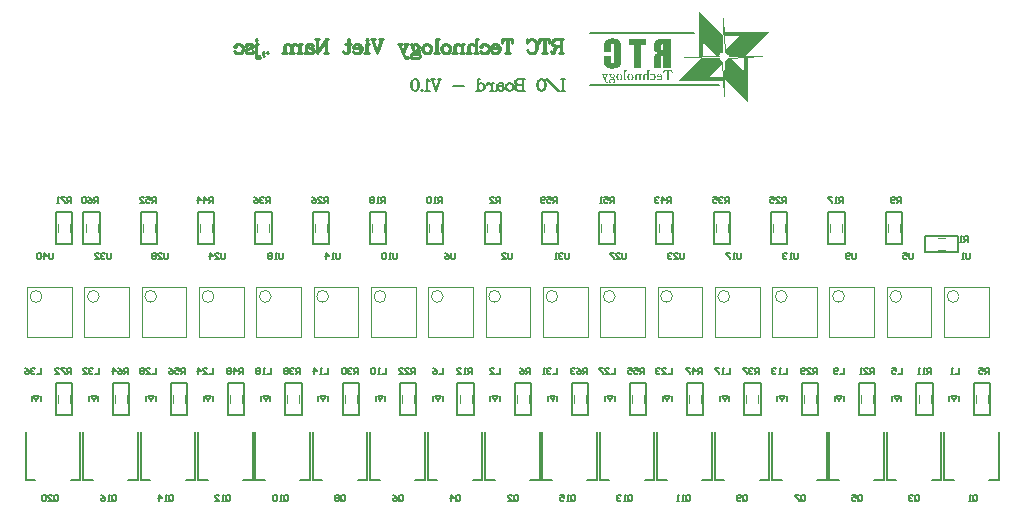
<source format=gbo>
G04*
G04 #@! TF.GenerationSoftware,Altium Limited,Altium Designer,19.0.4 (130)*
G04*
G04 Layer_Color=32896*
%FSTAX24Y24*%
%MOIN*%
G70*
G01*
G75*
%ADD12C,0.0070*%
%ADD13C,0.0039*%
%ADD14C,0.0050*%
%ADD15C,0.0079*%
%ADD16C,0.0040*%
%ADD56C,0.0100*%
%ADD72C,0.0010*%
%ADD73C,0.0059*%
G36*
X02344Y024898D02*
X023488Y024806D01*
X023585Y024779D01*
X023587Y024707D01*
X023133Y024253D01*
X023613Y024254D01*
X023614Y024117D01*
X022904Y024118D01*
X022115D01*
X022904Y024907D01*
X02344Y024898D01*
D02*
G37*
G36*
X023594Y025648D02*
Y025112D01*
X023493Y025064D01*
X023466Y024967D01*
X023394Y024965D01*
X02294Y025419D01*
X022941Y024939D01*
X022804Y024938D01*
X022805Y025648D01*
Y026437D01*
X023594Y025648D01*
D02*
G37*
G36*
X024448Y024218D02*
Y023429D01*
X023659Y024218D01*
X023668Y024754D01*
X02376Y024802D01*
X023787Y024899D01*
X023859Y024901D01*
X024312Y024447D01*
X024312Y024927D01*
X024449Y024928D01*
X024448Y024218D01*
D02*
G37*
G36*
X024358Y024977D02*
Y024973D01*
X02382D01*
X023772Y025076D01*
X023675Y025103D01*
X023667Y025175D01*
X024127Y025629D01*
X023645D01*
X023636Y025764D01*
X025145D01*
X024358Y024977D01*
D02*
G37*
G36*
X01996Y025552D02*
X019987Y02555D01*
X020012Y025544D01*
X020033Y02554D01*
X020051Y025534D01*
X020065Y025529D01*
X020073Y025526D01*
X020075Y025525D01*
X020076D01*
X020098Y025514D01*
X020118Y025501D01*
X020134Y025489D01*
X020148Y025476D01*
X020159Y025465D01*
X020168Y025457D01*
X020173Y025451D01*
X020175Y025448D01*
X020186Y02543D01*
X020196Y025412D01*
X020202Y025396D01*
X020208Y025379D01*
X020212Y025366D01*
X020215Y025357D01*
X020216Y02535D01*
Y025347D01*
X020219Y025326D01*
X020221Y025301D01*
X020222Y025275D01*
Y02525D01*
X020223Y025226D01*
Y025217D01*
Y025207D01*
Y0252D01*
Y025194D01*
Y025192D01*
Y02519D01*
Y024907D01*
Y024881D01*
X020222Y024857D01*
X020221Y024833D01*
X020219Y024813D01*
X020218Y024793D01*
X020216Y024777D01*
X020214Y02476D01*
X020212Y024746D01*
X020209Y024734D01*
X020208Y024722D01*
X020207Y024713D01*
X020204Y024706D01*
X020202Y0247D01*
Y024695D01*
X020201Y024693D01*
Y024692D01*
X02019Y024667D01*
X020176Y024645D01*
X020161Y024625D01*
X020144Y02461D01*
X020129Y024598D01*
X020116Y024588D01*
X020108Y024582D01*
X020107Y024581D01*
X020105D01*
X020076Y024568D01*
X020046Y024559D01*
X020015Y024552D01*
X019986Y024548D01*
X019961Y024545D01*
X01995Y024543D01*
X01994Y024542D01*
X019922D01*
X019883Y024543D01*
X019849Y024549D01*
X019818Y024557D01*
X019793Y024566D01*
X019771Y024574D01*
X019762Y024578D01*
X019756Y024582D01*
X01975Y024585D01*
X019746Y024588D01*
X019744Y024589D01*
X019743D01*
X019718Y024607D01*
X019697Y024627D01*
X019681Y024645D01*
X019668Y024661D01*
X01966Y024677D01*
X019653Y024688D01*
X01965Y024696D01*
X019649Y024699D01*
X019645Y024711D01*
X019642Y024727D01*
X019636Y02476D01*
X019632Y024795D01*
X019629Y024829D01*
X019628Y024846D01*
Y024861D01*
X019626Y024877D01*
Y024888D01*
Y024899D01*
Y024906D01*
Y024911D01*
Y024913D01*
Y024951D01*
X019879D01*
Y024828D01*
Y024802D01*
X01988Y024779D01*
X019882Y024761D01*
X019883Y024747D01*
X019886Y024738D01*
X019887Y024731D01*
X019889Y024728D01*
Y024727D01*
X019893Y02472D01*
X019899Y024714D01*
X019904Y024711D01*
X01991Y024709D01*
X019915Y024707D01*
X019921Y024706D01*
X019925D01*
X019935Y024707D01*
X019943Y024709D01*
X01995Y024713D01*
X019954Y024717D01*
X019961Y024724D01*
X019962Y024725D01*
Y024727D01*
X019965Y024738D01*
X019967Y02475D01*
X019969Y024765D01*
Y024782D01*
X019971Y024796D01*
Y024808D01*
Y024817D01*
Y024818D01*
Y02482D01*
Y025271D01*
Y025296D01*
X019969Y025317D01*
X019968Y025333D01*
X019967Y025346D01*
X019965Y025355D01*
X019964Y025362D01*
X019962Y025365D01*
Y025366D01*
X019958Y025375D01*
X019953Y02538D01*
X019946Y025385D01*
X01994Y025387D01*
X019933Y025389D01*
X019928Y02539D01*
X019923D01*
X019914Y025389D01*
X019905Y025387D01*
X0199Y025385D01*
X019894Y02538D01*
X019889Y025373D01*
X019887Y025372D01*
Y025371D01*
X019885Y025361D01*
X019882Y025348D01*
X01988Y025333D01*
Y025318D01*
X019879Y025303D01*
Y025292D01*
Y025282D01*
Y02528D01*
Y025279D01*
Y02511D01*
X019626D01*
Y025201D01*
Y025226D01*
X019628Y025248D01*
X019629Y025271D01*
X019631Y02529D01*
X019632Y025308D01*
X019633Y025325D01*
X019636Y025339D01*
X019638Y025353D01*
X01964Y025364D01*
X019643Y025373D01*
X019645Y025382D01*
X019646Y025389D01*
X019647Y025394D01*
X019649Y025398D01*
X01965Y0254D01*
Y025401D01*
X019661Y025425D01*
X019674Y025446D01*
X01969Y025464D01*
X019706Y02548D01*
X019721Y025493D01*
X019733Y025501D01*
X019743Y025508D01*
X019744Y025509D01*
X019746D01*
X019775Y025525D01*
X019806Y025536D01*
X019836Y025543D01*
X019864Y025548D01*
X01989Y025551D01*
X019901Y025552D01*
X019911Y025554D01*
X019929D01*
X01996Y025552D01*
D02*
G37*
G36*
X021878Y024563D02*
X021625D01*
Y025001D01*
X021607Y025D01*
X021593Y024999D01*
X021581Y024996D01*
X021572Y024992D01*
X021567Y024988D01*
X021563Y024985D01*
X02156Y024983D01*
Y024982D01*
X021557Y024978D01*
X021556Y024972D01*
X021553Y02496D01*
X02155Y024943D01*
X021549Y024926D01*
X021547Y024911D01*
Y024897D01*
Y024892D01*
Y024889D01*
Y024886D01*
Y024885D01*
Y024563D01*
X021313D01*
Y024818D01*
Y024839D01*
Y024858D01*
Y024875D01*
X021314Y02489D01*
Y024904D01*
X021316Y024915D01*
Y024926D01*
Y024935D01*
X021317Y024949D01*
X021318Y024957D01*
X02132Y024961D01*
Y024963D01*
X021323Y024972D01*
X021328Y024982D01*
X021339Y025001D01*
X021345Y025008D01*
X021349Y025014D01*
X021352Y025018D01*
X021353Y025019D01*
X021364Y025031D01*
X02138Y02504D01*
X021396Y02505D01*
X021413Y025057D01*
X021428Y025062D01*
X021441Y025067D01*
X021446Y025068D01*
X02145D01*
X021452Y025069D01*
X021453D01*
X021424Y025074D01*
X0214Y025081D01*
X021381Y025087D01*
X021366Y025096D01*
X021355Y025104D01*
X021348Y025111D01*
X021343Y025115D01*
X021342Y025117D01*
X021336Y025125D01*
X021332Y025135D01*
X021325Y025157D01*
X02132Y025182D01*
X021317Y025208D01*
X021314Y025232D01*
Y025242D01*
X021313Y025251D01*
Y025258D01*
Y025264D01*
Y025268D01*
Y025269D01*
Y025292D01*
X021314Y025312D01*
X021317Y025332D01*
X021318Y02535D01*
X021323Y025366D01*
X021325Y02538D01*
X02133Y025394D01*
X021332Y025405D01*
X021336Y025416D01*
X021341Y025425D01*
X021343Y025433D01*
X021346Y025439D01*
X021349Y025444D01*
X021352Y025447D01*
X021353Y02545D01*
X02137Y025469D01*
X021386Y025484D01*
X021403Y025497D01*
X02142Y025507D01*
X021435Y025514D01*
X021446Y025518D01*
X021454Y025521D01*
X021457D01*
X02147Y025523D01*
X021485Y025525D01*
X021503Y025527D01*
X021521Y025529D01*
X021561Y025532D01*
X021602Y025533D01*
X021621D01*
X021639Y025534D01*
X021878D01*
Y024563D01*
D02*
G37*
G36*
X021042Y02534D02*
X020892D01*
Y024563D01*
X02064D01*
Y02534D01*
X02049D01*
Y025534D01*
X021042D01*
Y02534D01*
D02*
G37*
G36*
X021921Y024477D02*
X021922Y024464D01*
X021923Y024451D01*
X021925Y024439D01*
X021926Y024428D01*
X021927Y024423D01*
X021927Y02442D01*
X021928Y024417D01*
Y024415D01*
X021928Y024413D01*
Y024412D01*
Y024411D01*
X021928Y024408D01*
X021926Y024406D01*
X021924Y024405D01*
X021922Y024403D01*
X021919Y024403D01*
X021918Y024402D01*
X021916D01*
X021912Y024403D01*
X02191Y024405D01*
X021909Y024407D01*
X021908Y024407D01*
X021904Y024418D01*
X021899Y024428D01*
X021893Y024436D01*
X021889Y024442D01*
X021885Y024447D01*
X021881Y024451D01*
X021878Y024453D01*
X021878Y024454D01*
X021872Y024457D01*
X021865Y02446D01*
X021857Y024462D01*
X021849Y024463D01*
X021842Y024464D01*
X021836Y024464D01*
X021822D01*
X021816Y024463D01*
X021811Y024463D01*
X021808Y024462D01*
X021806Y024461D01*
X021805Y02446D01*
X021803Y024459D01*
X021802Y024457D01*
X021802Y024454D01*
X0218Y024448D01*
X021799Y024441D01*
X021798Y024433D01*
X021798Y024426D01*
Y02442D01*
Y024418D01*
Y024416D01*
Y024415D01*
Y024415D01*
Y02424D01*
Y024232D01*
Y024225D01*
X021798Y024219D01*
X021799Y024212D01*
Y024207D01*
X0218Y024204D01*
X0218Y0242D01*
X021801Y024196D01*
X021802Y024192D01*
X021802Y024189D01*
X021803Y024188D01*
Y024187D01*
X021805Y024186D01*
X021806Y024185D01*
X02181Y024183D01*
X021815Y024181D01*
X021821Y02418D01*
X021826Y024179D01*
X021831Y024178D01*
X021834Y024178D01*
X021835D01*
X021837Y024177D01*
X021839Y024176D01*
X021841Y024173D01*
X021842Y024169D01*
Y024168D01*
Y024168D01*
X021842Y024164D01*
X021841Y024161D01*
X02184Y02416D01*
X021838Y024158D01*
X021835Y024157D01*
X021833D01*
X021821Y024158D01*
X02181Y024158D01*
X0218D01*
X021791Y024159D01*
X021755D01*
X021744Y024158D01*
X021735D01*
X021726Y024158D01*
X021719D01*
X021716Y024157D01*
X021713D01*
X02171Y024158D01*
X021707Y024159D01*
X021706Y02416D01*
X021705Y024163D01*
X021704Y024166D01*
Y024167D01*
Y024168D01*
X021704Y024171D01*
X021705Y024173D01*
X021706Y024175D01*
X021708Y024176D01*
X021711Y024178D01*
X021712D01*
X021719Y024178D01*
X021724Y024179D01*
X021728Y02418D01*
X021731Y02418D01*
X021734Y024181D01*
X021736D01*
X021737Y024181D01*
X021737D01*
X021741Y024183D01*
X021745Y024185D01*
X021746Y024187D01*
X021747Y024188D01*
X021749Y024191D01*
X02175Y024194D01*
X021751Y024197D01*
Y024198D01*
Y024199D01*
Y0242D01*
Y024202D01*
X021751Y024207D01*
Y024214D01*
Y02422D01*
Y024227D01*
Y024232D01*
Y024234D01*
Y024236D01*
Y024236D01*
Y024237D01*
Y024404D01*
Y024414D01*
Y024422D01*
X021751Y024428D01*
Y024434D01*
Y024438D01*
X02175Y02444D01*
Y024442D01*
Y024442D01*
X021749Y024449D01*
X021747Y024454D01*
X021746Y024457D01*
X021745Y024458D01*
Y024458D01*
X021744Y02446D01*
X021742Y024461D01*
X021741Y024462D01*
X02174D01*
X021737Y024463D01*
X021734Y024463D01*
X021727Y024464D01*
X021719D01*
X021706Y024464D01*
X021695Y024463D01*
X021686Y024461D01*
X021679Y024458D01*
X021674Y024456D01*
X02167Y024454D01*
X021668Y024453D01*
X021667Y024452D01*
X021661Y024447D01*
X021656Y024439D01*
X021651Y024432D01*
X021647Y024425D01*
X021644Y024418D01*
X021641Y024412D01*
X021641Y02441D01*
X02164Y024409D01*
X02164Y024408D01*
Y024407D01*
X021638Y024405D01*
X021635Y024403D01*
X021633Y024402D01*
X021632D01*
X021628Y024403D01*
X021624Y024403D01*
X021622Y024405D01*
X02162Y024407D01*
X021619Y024408D01*
X021619Y02441D01*
Y02441D01*
Y024411D01*
Y024412D01*
X021621Y024429D01*
X021623Y024444D01*
X021624Y024457D01*
X021625Y024468D01*
Y024473D01*
X021626Y024478D01*
X021626Y024481D01*
Y024484D01*
X021627Y024487D01*
Y024488D01*
Y024489D01*
Y02449D01*
X021652Y024489D01*
X021677Y024488D01*
X021702Y024488D01*
X021725D01*
X021735Y024487D01*
X021818D01*
X021831Y024488D01*
X021844D01*
X021856Y024488D01*
X021867D01*
X021877Y024489D01*
X021895D01*
X021902Y024489D01*
X021908D01*
X021913Y02449D01*
X021919D01*
X021921Y024477D01*
D02*
G37*
G36*
X021109Y024503D02*
X02112Y024499D01*
X021131Y024496D01*
X02114Y024493D01*
X021147Y024491D01*
X021153Y024489D01*
X021155Y024489D01*
X021157D01*
X021157Y024488D01*
X021158D01*
X02116Y024487D01*
X021162Y024486D01*
X021164Y024483D01*
X021165Y024479D01*
Y024479D01*
Y024478D01*
X021165Y024475D01*
X021164Y024473D01*
X021162Y024471D01*
X021161Y024469D01*
X021158Y024468D01*
X021157D01*
X021141Y024469D01*
X021139Y024468D01*
X021137Y024468D01*
X021134Y024465D01*
X021132Y024462D01*
X021132Y024462D01*
Y024461D01*
X021131Y024458D01*
X02113Y024453D01*
X02113Y024447D01*
Y024441D01*
X021129Y024436D01*
Y024431D01*
Y024428D01*
Y024427D01*
Y024427D01*
Y024226D01*
Y02422D01*
Y024214D01*
X02113Y024208D01*
Y024203D01*
X02113Y024199D01*
Y024195D01*
X021131Y02419D01*
X021132Y024186D01*
X021132Y024184D01*
X021133Y024183D01*
Y024182D01*
X021135Y02418D01*
X021136Y024179D01*
X021136D01*
X021138Y024178D01*
X021141Y024178D01*
X021146Y024177D01*
X021149Y024176D01*
X021151D01*
X021153Y024176D01*
X021154D01*
X021156Y024175D01*
X021158Y024174D01*
X02116Y02417D01*
X021161Y024168D01*
Y024166D01*
Y024166D01*
X021161Y024163D01*
X02116Y024161D01*
X021159Y024159D01*
X021157Y024158D01*
X021154Y024157D01*
X021142D01*
X021134Y024158D01*
X021079D01*
X021073Y024157D01*
X021063D01*
X02106Y024158D01*
X021058Y024159D01*
X021056Y02416D01*
X021055Y024161D01*
X021054Y024165D01*
Y024165D01*
Y024166D01*
X021055Y024169D01*
X021055Y024171D01*
X021056Y024173D01*
X021058Y024174D01*
X021061Y024175D01*
X021061Y024176D01*
X021062D01*
X021069Y024177D01*
X021075Y024178D01*
X021079Y024179D01*
X021082Y02418D01*
X021084Y02418D01*
X021085Y024181D01*
X021085Y024181D01*
X021086Y024183D01*
Y024185D01*
X021086Y024188D01*
Y02419D01*
X021087Y024198D01*
Y024206D01*
X021088Y024214D01*
Y02422D01*
Y024222D01*
Y024225D01*
Y024226D01*
Y024226D01*
Y024285D01*
X021087Y024292D01*
X021086Y024298D01*
X021085Y024303D01*
X021084Y024307D01*
X021083Y024311D01*
X021081Y024313D01*
X021081Y024315D01*
X02108Y024315D01*
X021077Y02432D01*
X021073Y024323D01*
X021066Y02433D01*
X021059Y024335D01*
X021051Y024337D01*
X021045Y02434D01*
X02104Y02434D01*
X021037Y024341D01*
X021036D01*
X021027Y02434D01*
X02102Y024338D01*
X021014Y024335D01*
X021009Y024331D01*
X021005Y024328D01*
X021002Y024325D01*
X021001Y024322D01*
X021Y024322D01*
X020998Y024313D01*
X020997Y024306D01*
X020996Y024302D01*
Y0243D01*
Y024297D01*
Y024297D01*
Y024226D01*
Y02422D01*
Y024214D01*
X020997Y024208D01*
Y024203D01*
Y024199D01*
X020997Y024195D01*
X020998Y02419D01*
X020998Y024186D01*
X020999Y024184D01*
X020999Y024183D01*
Y024182D01*
X021001Y02418D01*
X021003Y024179D01*
X021007Y024178D01*
X02101Y024178D01*
X021014Y024176D01*
X021017D01*
X021019Y024176D01*
X02102D01*
X021023Y024175D01*
X021024Y024174D01*
X021026Y02417D01*
X021028Y024168D01*
Y024166D01*
Y024166D01*
X021027Y024163D01*
X021026Y024161D01*
X021025Y024159D01*
X021023Y024158D01*
X02102Y024157D01*
X021009D01*
X021Y024158D01*
X020946D01*
X020939Y024157D01*
X02093D01*
X020927Y024158D01*
X020924Y024159D01*
X020923Y02416D01*
X020922Y024161D01*
X02092Y024165D01*
Y024165D01*
Y024166D01*
X020921Y024169D01*
X020922Y024171D01*
X020923Y024173D01*
X020924Y024174D01*
X020927Y024175D01*
X020928Y024176D01*
X020928D01*
X020935Y024177D01*
X02094Y024178D01*
X020944Y024179D01*
X020947Y02418D01*
X020949Y02418D01*
X02095Y024181D01*
X02095Y024181D01*
X020951Y024183D01*
X020952Y024185D01*
Y024188D01*
X020952Y024191D01*
X020953Y024198D01*
Y024206D01*
X020953Y024214D01*
Y02422D01*
Y024222D01*
Y024225D01*
Y024226D01*
Y024226D01*
Y02426D01*
X020953Y024309D01*
X020953Y024318D01*
X020955Y024327D01*
X020958Y024334D01*
X020962Y024341D01*
X020965Y024346D01*
X020968Y02435D01*
X02097Y024352D01*
X02097Y024353D01*
X020978Y02436D01*
X020987Y024364D01*
X020995Y024367D01*
X021003Y02437D01*
X021011Y024371D01*
X021016Y024372D01*
X021019Y024372D01*
X021022D01*
X02103Y024372D01*
X021038Y024371D01*
X021045Y024368D01*
X021052Y024366D01*
X021058Y024363D01*
X021063Y024359D01*
X021068Y024356D01*
X021072Y024352D01*
X021079Y024344D01*
X021084Y024337D01*
X021085Y024335D01*
X021086Y024332D01*
X021088Y024331D01*
Y024391D01*
Y024411D01*
X021087Y024431D01*
Y024449D01*
X021086Y024458D01*
Y024466D01*
Y024474D01*
X021086Y024481D01*
Y024487D01*
Y024492D01*
X021085Y024496D01*
Y024499D01*
Y024501D01*
Y024501D01*
X021086Y024503D01*
X021087Y024504D01*
X02109Y024507D01*
X021094Y024507D01*
X021096D01*
X021109Y024503D01*
D02*
G37*
G36*
X020339D02*
X020351Y024499D01*
X020362Y024496D01*
X020371Y024493D01*
X020379Y024491D01*
X020384Y024489D01*
X020387Y024489D01*
X020388D01*
X020389Y024488D01*
X020389D01*
X020392Y024487D01*
X020393Y024486D01*
X020395Y024482D01*
X020397Y024479D01*
Y024478D01*
Y024478D01*
X020396Y024474D01*
X020395Y024472D01*
X020394Y024471D01*
X020392Y024469D01*
X020389Y024468D01*
X020388D01*
X020372Y024469D01*
X020369D01*
X020368Y024468D01*
X020364Y024466D01*
X020363Y024463D01*
X020362Y024463D01*
Y024462D01*
X020361Y024458D01*
X02036Y024453D01*
X02036Y024447D01*
Y024441D01*
X020359Y024436D01*
Y024431D01*
Y024428D01*
Y024427D01*
Y024427D01*
Y024227D01*
Y02422D01*
Y024214D01*
X02036Y024209D01*
Y024204D01*
X02036Y0242D01*
Y024196D01*
X020361Y02419D01*
X020362Y024186D01*
X020363Y024184D01*
X020363Y024183D01*
Y024182D01*
X020365Y02418D01*
X020367Y024179D01*
X02037Y024178D01*
X020374Y024178D01*
X020378Y024176D01*
X020381D01*
X020383Y024176D01*
X020384D01*
X020387Y024175D01*
X020388Y024174D01*
X02039Y02417D01*
X020392Y024168D01*
Y024166D01*
Y024166D01*
X020391Y024163D01*
X02039Y024161D01*
X020389Y024159D01*
X020387Y024158D01*
X020384Y024157D01*
X020373D01*
X020364Y024158D01*
X020308D01*
X020302Y024157D01*
X020293D01*
X020289Y024158D01*
X020287Y024159D01*
X020286Y02416D01*
X020284Y024161D01*
X020283Y024165D01*
Y024165D01*
Y024166D01*
X020284Y024169D01*
X020284Y024171D01*
X020286Y024173D01*
X020287Y024174D01*
X020291Y024175D01*
X020291Y024176D01*
X020292D01*
X020298Y024177D01*
X020304Y024178D01*
X020308Y024179D01*
X020311Y02418D01*
X020312Y024181D01*
X020314Y024181D01*
X020314Y024182D01*
X020315Y024183D01*
X020316Y024185D01*
Y024188D01*
X020316Y024191D01*
X020317Y024199D01*
Y024206D01*
X020317Y024214D01*
Y024221D01*
Y024223D01*
Y024225D01*
Y024226D01*
Y024227D01*
Y02439D01*
Y024403D01*
Y024415D01*
Y024426D01*
X020317Y024436D01*
Y024446D01*
Y024455D01*
Y024463D01*
X020316Y024471D01*
Y024478D01*
Y024483D01*
Y024489D01*
X020316Y024493D01*
Y024496D01*
Y024499D01*
Y0245D01*
Y024501D01*
X020316Y024503D01*
X020317Y024504D01*
X020321Y024507D01*
X020324Y024507D01*
X020326D01*
X020339Y024503D01*
D02*
G37*
G36*
X019794Y024365D02*
X019795Y024364D01*
X019797Y024361D01*
X019798Y024357D01*
Y024356D01*
Y024355D01*
X019797Y024352D01*
X019797Y024351D01*
X019794Y024348D01*
X019792Y024347D01*
X019791Y024346D01*
X01979D01*
X019785Y024346D01*
X01978Y024345D01*
X019777Y024343D01*
X019774Y024342D01*
X019772Y024341D01*
X019771Y024341D01*
X019769Y02434D01*
X019766Y024335D01*
X019763Y024328D01*
X019759Y024321D01*
X019756Y024314D01*
X019752Y024307D01*
X01975Y024302D01*
X019749Y0243D01*
X019748Y024298D01*
X019748Y024297D01*
Y024296D01*
X019715Y024215D01*
X019711Y024204D01*
X019706Y024193D01*
X019703Y024184D01*
X019699Y024176D01*
X019697Y02417D01*
X019695Y024165D01*
X019694Y024163D01*
X019693Y024161D01*
X019699Y024148D01*
X019706Y024136D01*
X019711Y024125D01*
X019717Y024117D01*
X019721Y02411D01*
X019724Y024105D01*
X019727Y024103D01*
X019728Y024101D01*
X019731Y024098D01*
X019733Y024096D01*
X019735Y024094D01*
X019737Y024093D01*
X019739Y024091D01*
X019739D01*
X019743Y024092D01*
X019746Y024093D01*
X019748Y024093D01*
X019749Y024094D01*
X019754Y024095D01*
X019758Y024096D01*
X019762D01*
X019765Y024095D01*
X019768Y024094D01*
X019774Y024091D01*
X019777Y024089D01*
X019778Y024088D01*
X019779Y024087D01*
X01978Y024086D01*
X019783Y024083D01*
X019785Y024079D01*
X019788Y024075D01*
X019789Y024072D01*
X019789Y024069D01*
X01979Y024067D01*
Y024065D01*
Y024064D01*
X019789Y024059D01*
X019787Y024055D01*
X019783Y024053D01*
X019779Y024051D01*
X019776Y02405D01*
X019773Y024049D01*
X019769D01*
X019764Y024049D01*
X019759Y02405D01*
X019749Y024053D01*
X019741Y024058D01*
X019732Y024064D01*
X019723Y024072D01*
X019715Y024081D01*
X019708Y02409D01*
X019701Y024099D01*
X019695Y024109D01*
X01969Y024118D01*
X019685Y024126D01*
X019681Y024134D01*
X019678Y02414D01*
X019676Y024145D01*
X019675Y024149D01*
X019674Y02415D01*
X019646Y024212D01*
X019618Y024294D01*
X019615Y0243D01*
X019611Y024307D01*
X019608Y024312D01*
X019606Y024317D01*
X019603Y024321D01*
X019601Y024325D01*
X019598Y024331D01*
X019595Y024335D01*
X019593Y024338D01*
X019592Y024339D01*
X019592Y02434D01*
X019586Y024343D01*
X019581Y024345D01*
X019578Y024346D01*
X019576Y024346D01*
X019575D01*
X019572Y024347D01*
X01957Y024348D01*
X019568Y02435D01*
X019567Y024351D01*
X019566Y024354D01*
Y024355D01*
Y024355D01*
X019567Y024358D01*
X019567Y024361D01*
X019568Y024363D01*
X01957Y024365D01*
X019572Y024366D01*
X019573D01*
X019582Y024365D01*
X019596D01*
X019601Y024365D01*
X019625D01*
X019632Y024365D01*
X019645D01*
X01965Y024366D01*
X019654D01*
X019656Y024365D01*
X019657Y024364D01*
X01966Y024361D01*
X01966Y024357D01*
Y024356D01*
Y024355D01*
X01966Y024352D01*
X019659Y02435D01*
X019658Y024348D01*
X019656Y024347D01*
X019653Y024346D01*
X019652D01*
X019648Y024346D01*
X019644D01*
X019641Y024345D01*
X019638Y024345D01*
X019637Y024344D01*
X019636Y024343D01*
X019635Y024343D01*
X019632Y024341D01*
X019632Y024337D01*
X019631Y024334D01*
Y024333D01*
Y024333D01*
X019632Y024328D01*
X019632Y024323D01*
X019636Y024311D01*
X019637Y024305D01*
X019638Y024301D01*
X01964Y024297D01*
X01964Y024297D01*
Y024296D01*
X019661Y024242D01*
X019665Y02423D01*
X019667Y024224D01*
X019668Y024218D01*
X01967Y024214D01*
X019671Y02421D01*
X019671Y024209D01*
X019671Y024211D01*
X019672Y024216D01*
X019672Y024218D01*
X019673Y02422D01*
X019673Y024221D01*
Y024221D01*
X019675Y024226D01*
X019677Y02423D01*
X019678Y024233D01*
X019679Y024236D01*
X019679Y024238D01*
X01968Y024239D01*
X019681Y02424D01*
X019704Y0243D01*
X019708Y02431D01*
X019711Y024318D01*
X019713Y024325D01*
X019714Y02433D01*
X019716Y024333D01*
X019716Y024336D01*
Y024337D01*
Y024338D01*
X019716Y02434D01*
X019715Y024341D01*
X019714Y024342D01*
X019712Y024343D01*
X019709Y024344D01*
X019702Y024345D01*
X019699Y024346D01*
X019697Y024346D01*
X019694D01*
X019691Y024347D01*
X019689Y024348D01*
X019687Y024351D01*
X019686Y024354D01*
Y024355D01*
Y024355D01*
X019687Y024358D01*
X019687Y024361D01*
X019689Y024363D01*
X019691Y024364D01*
X019693Y024365D01*
X019705D01*
X019714Y024365D01*
X019759D01*
X019767Y024365D01*
X019782D01*
X019787Y024366D01*
X019792D01*
X019794Y024365D01*
D02*
G37*
G36*
X019936Y024372D02*
X019946Y02437D01*
X019956Y024367D01*
X019964Y024363D01*
X01997Y02436D01*
X019975Y024357D01*
X019979Y024355D01*
X019979Y024354D01*
X01998D01*
X019985Y02435D01*
X019989Y024346D01*
X019993Y024341D01*
X019996Y024337D01*
X020001Y024327D01*
X020005Y024318D01*
X020006Y024311D01*
X020008Y024305D01*
X020008Y024302D01*
Y024301D01*
Y0243D01*
Y024299D01*
X020008Y02429D01*
X020006Y024282D01*
X020004Y024275D01*
X02Y024269D01*
X019996Y024263D01*
X019992Y024258D01*
X019988Y024254D01*
X019983Y02425D01*
X019979Y024246D01*
X019974Y024244D01*
X01997Y024241D01*
X019966Y024239D01*
X019963Y024238D01*
X01996Y024237D01*
X019959Y024236D01*
X019958D01*
X019965Y024234D01*
X019972Y02423D01*
X019978Y024227D01*
X019982Y024224D01*
X019986Y02422D01*
X01999Y024216D01*
X019993Y024213D01*
X019995Y02421D01*
X019998Y024204D01*
X019999Y024199D01*
X02Y024195D01*
Y024195D01*
Y024194D01*
Y02419D01*
X019999Y024186D01*
X019998Y024183D01*
X019997Y024179D01*
X019996Y024177D01*
X019995Y024175D01*
X019994Y024175D01*
Y024174D01*
X019991Y024171D01*
X019987Y024169D01*
X019984Y024166D01*
X01998Y024165D01*
X019976Y024164D01*
X019974Y024163D01*
X019971Y024163D01*
X019971D01*
X019979Y02416D01*
X019986Y024156D01*
X019992Y024153D01*
X019997Y024149D01*
X020001Y024144D01*
X020005Y02414D01*
X020008Y024135D01*
X020011Y024131D01*
X020014Y024123D01*
X020016Y024116D01*
Y024114D01*
X020016Y024112D01*
Y024111D01*
Y02411D01*
X020016Y024106D01*
X020015Y024101D01*
X020012Y024094D01*
X020009Y024086D01*
X020004Y02408D01*
X02Y024075D01*
X019996Y024072D01*
X019994Y024069D01*
X019993Y024069D01*
X019982Y024062D01*
X01997Y024057D01*
X019959Y024054D01*
X019947Y024052D01*
X019937Y02405D01*
X019933Y024049D01*
X019929D01*
X019926Y024049D01*
X019922D01*
X019904Y02405D01*
X019895Y024051D01*
X019887Y024052D01*
X01988Y024054D01*
X019873Y024055D01*
X019867Y024057D01*
X019861Y024059D01*
X019856Y024062D01*
X019852Y024063D01*
X019848Y024065D01*
X019845Y024067D01*
X019843Y024068D01*
X019841Y024069D01*
X01984Y02407D01*
X019839D01*
X019833Y024074D01*
X019828Y024079D01*
X019824Y024084D01*
X01982Y024089D01*
X019817Y024094D01*
X019814Y0241D01*
X01981Y02411D01*
X019808Y024119D01*
X019807Y024123D01*
X019807Y024126D01*
X019806Y024129D01*
Y024131D01*
Y024132D01*
Y024133D01*
X019807Y024144D01*
X019809Y024153D01*
X019813Y024161D01*
X019818Y024169D01*
X019824Y024175D01*
X019831Y02418D01*
X019838Y024184D01*
X019845Y024187D01*
X019853Y02419D01*
X019859Y024191D01*
X019866Y024193D01*
X019872Y024194D01*
X019877Y024194D01*
X019881Y024195D01*
X019884D01*
X01993Y024194D01*
X019935D01*
X01994Y024195D01*
X019944Y024195D01*
X019947Y024196D01*
X019952Y024197D01*
X019955Y024199D01*
X019958Y024201D01*
X019959Y024202D01*
X019959Y024203D01*
Y024204D01*
X019958Y024209D01*
X019956Y024214D01*
X019952Y024218D01*
X019948Y024222D01*
X019944Y024225D01*
X01994Y024227D01*
X019938Y024229D01*
X019936Y02423D01*
X019932Y024229D01*
X019929Y024229D01*
X019925D01*
X019912Y024229D01*
X019901Y024231D01*
X019891Y024234D01*
X019883Y024237D01*
X019877Y024241D01*
X019872Y024244D01*
X019869Y024246D01*
X019868Y024246D01*
X019863Y02425D01*
X019859Y024255D01*
X019853Y024264D01*
X019848Y024273D01*
X019845Y024282D01*
X019843Y02429D01*
X019843Y024296D01*
X019842Y024299D01*
Y0243D01*
Y024301D01*
Y024302D01*
X019843Y024311D01*
X019845Y024318D01*
X019848Y024325D01*
X019851Y02433D01*
X019854Y024333D01*
X019857Y024336D01*
X019859Y024338D01*
X01986Y024338D01*
X019843D01*
X019837Y024338D01*
X019826D01*
X019823Y024337D01*
X01982D01*
X019815Y024338D01*
X019813Y02434D01*
X019811Y024342D01*
X01981Y024343D01*
X019804Y024358D01*
X019805Y024361D01*
X019805Y024362D01*
X019808Y024365D01*
X019811Y024366D01*
X019812D01*
X019824Y024365D01*
X019837Y024364D01*
X019849Y024363D01*
X019859D01*
X019869Y024362D01*
X019882D01*
X01989Y024366D01*
X019898Y024368D01*
X019905Y02437D01*
X019911Y024371D01*
X019917Y024372D01*
X019921Y024372D01*
X019925D01*
X019936Y024372D01*
D02*
G37*
G36*
X020765D02*
X020772Y024371D01*
X020779Y024368D01*
X020785Y024366D01*
X020791Y024362D01*
X020797Y024359D01*
X020806Y024351D01*
X020812Y024343D01*
X020817Y024337D01*
X020819Y024334D01*
X02082Y024332D01*
X020821Y024331D01*
Y024335D01*
Y02434D01*
X020821Y024351D01*
Y024356D01*
X02082Y02436D01*
Y024363D01*
Y024364D01*
X020821Y024366D01*
X020822Y024368D01*
X020826Y02437D01*
X020829Y024371D01*
X020831D01*
X020843Y024366D01*
X020853Y024362D01*
X020864Y024359D01*
X020873Y024356D01*
X020881Y024355D01*
X020886Y024353D01*
X020888Y024352D01*
X02089D01*
X020891Y024352D01*
X020891D01*
X020894Y024351D01*
X020896Y02435D01*
X020897Y024348D01*
X020898Y024346D01*
X020899Y024343D01*
Y024343D01*
Y024342D01*
X020899Y024338D01*
X020898Y024336D01*
X020897Y024334D01*
X020895Y024333D01*
X020892Y024331D01*
X020891D01*
X020874Y024332D01*
X020873Y024332D01*
X020871Y024331D01*
X020868Y024328D01*
X020866Y024325D01*
X020866Y024324D01*
Y024323D01*
X020864Y02432D01*
X020864Y024316D01*
X020863Y02431D01*
Y024304D01*
X020863Y024299D01*
Y024294D01*
Y024291D01*
Y02429D01*
Y02429D01*
Y024226D01*
Y024219D01*
Y024213D01*
X020863Y024207D01*
Y024203D01*
Y024199D01*
X020864Y024195D01*
X020864Y02419D01*
X020865Y024186D01*
X020866Y024184D01*
X020866Y024183D01*
Y024183D01*
X020868Y024181D01*
X020871Y024179D01*
X020877Y024177D01*
X020881Y024176D01*
X020883Y024176D01*
X020886Y024175D01*
X020886D01*
X020889Y024175D01*
X020891Y024174D01*
X020893Y02417D01*
X020894Y024167D01*
Y024166D01*
Y024166D01*
X020893Y024163D01*
X020893Y024161D01*
X020891Y024159D01*
X020889Y024158D01*
X020887Y024157D01*
X020876D01*
X020867Y024158D01*
X020813D01*
X020807Y024157D01*
X020797D01*
X020794Y024158D01*
X020792Y024159D01*
X020791Y02416D01*
X020789Y024161D01*
X020788Y024165D01*
Y024165D01*
Y024166D01*
X020789Y024169D01*
X020789Y024171D01*
X020792Y024174D01*
X020796Y024175D01*
X020796Y024175D01*
X020797D01*
X020801Y024176D01*
X020805Y024176D01*
X020808Y024177D01*
X02081Y024178D01*
X020812D01*
X020813Y024178D01*
X020814D01*
X020816Y024179D01*
X020817Y02418D01*
X020818Y024181D01*
X020819Y024182D01*
X020819Y024183D01*
Y024185D01*
X02082Y024188D01*
Y02419D01*
X020821Y024197D01*
Y024205D01*
X020821Y024213D01*
Y02422D01*
Y024222D01*
Y024224D01*
Y024225D01*
Y024226D01*
Y024285D01*
X020821Y024292D01*
X020819Y024299D01*
X020818Y024304D01*
X020817Y024309D01*
X020815Y024312D01*
X020813Y024315D01*
X020813Y024316D01*
X020812Y024317D01*
X020809Y024321D01*
X020806Y024325D01*
X020798Y024331D01*
X020791Y024335D01*
X020784Y024338D01*
X020779Y02434D01*
X020774Y024341D01*
X020771Y024341D01*
X02077D01*
X020761Y024341D01*
X020754Y024338D01*
X020748Y024335D01*
X020743Y024332D01*
X02074Y024328D01*
X020737Y024325D01*
X020736Y024323D01*
X020735Y024322D01*
X020732Y024313D01*
X020731Y024305D01*
X02073Y024301D01*
Y024299D01*
Y024296D01*
Y024296D01*
Y024226D01*
Y024219D01*
Y024213D01*
X020731Y024207D01*
Y024202D01*
Y024199D01*
X020731Y024195D01*
X020732Y024189D01*
X020732Y024186D01*
X020733Y024184D01*
X020733Y024183D01*
Y024182D01*
X020735Y02418D01*
X020738Y024179D01*
X020741Y024178D01*
X020745Y024176D01*
X020748Y024176D01*
X020751D01*
X020753Y024175D01*
X020754D01*
X020756Y024175D01*
X020758Y024174D01*
X02076Y02417D01*
X020761Y024167D01*
Y024166D01*
Y024166D01*
X020761Y024163D01*
X02076Y024161D01*
X020758Y024159D01*
X020757Y024158D01*
X020754Y024157D01*
X020743D01*
X020734Y024158D01*
X02068D01*
X020673Y024157D01*
X020664D01*
X020661Y024158D01*
X020659Y024159D01*
X020657Y02416D01*
X020656Y024161D01*
X020655Y024165D01*
Y024165D01*
Y024166D01*
X020656Y024169D01*
X020656Y024171D01*
X020659Y024174D01*
X020662Y024175D01*
X020662Y024175D01*
X020663D01*
X020669Y024176D01*
X020674Y024178D01*
X020678Y024179D01*
X020681Y02418D01*
X020682Y02418D01*
X020683Y024181D01*
X020684Y024182D01*
X020685Y024183D01*
X020685Y024185D01*
X020686Y024188D01*
Y024191D01*
X020687Y024198D01*
Y024206D01*
X020687Y024213D01*
Y02422D01*
Y024222D01*
Y024224D01*
Y024225D01*
Y024226D01*
Y024259D01*
X020686Y02431D01*
X020687Y024318D01*
X020689Y024326D01*
X020692Y024333D01*
X020695Y02434D01*
X020699Y024345D01*
X020702Y024349D01*
X020704Y024351D01*
X020705Y024352D01*
X020712Y024359D01*
X020721Y024364D01*
X02073Y024367D01*
X020738Y02437D01*
X020745Y024371D01*
X020751Y024372D01*
X020753Y024372D01*
X020756D01*
X020765Y024372D01*
D02*
G37*
G36*
X021268D02*
X021276Y024371D01*
X021289Y024368D01*
X021301Y024363D01*
X02131Y024358D01*
X021318Y024353D01*
X021322Y024351D01*
X021325Y024348D01*
X021327Y024347D01*
X021328Y024345D01*
X021329Y024345D01*
X02133Y024344D01*
X021336Y024338D01*
X021341Y024331D01*
X021345Y024324D01*
X021349Y024317D01*
X021352Y02431D01*
X021355Y024302D01*
X021359Y024289D01*
X021361Y024283D01*
X021362Y024277D01*
X021362Y024272D01*
X021363Y024267D01*
X021363Y024264D01*
Y024261D01*
Y024259D01*
Y024259D01*
X021363Y02425D01*
X021362Y024242D01*
X021359Y024229D01*
X021356Y024217D01*
X021351Y024207D01*
X021346Y0242D01*
X021342Y024194D01*
X021339Y024191D01*
X021338Y02419D01*
Y02419D01*
X021333Y024183D01*
X021327Y024176D01*
X02132Y024171D01*
X021314Y024166D01*
X021307Y024163D01*
X021301Y024159D01*
X021295Y024156D01*
X021289Y024154D01*
X021278Y024151D01*
X021274Y02415D01*
X02127Y02415D01*
X021267D01*
X021265Y024149D01*
X021262D01*
X021252Y02415D01*
X021243Y024151D01*
X021235Y024154D01*
X021227Y024157D01*
X02122Y02416D01*
X021212Y024165D01*
X021206Y024169D01*
X021201Y024174D01*
X021196Y024178D01*
X021191Y024183D01*
X021187Y024186D01*
X021185Y02419D01*
X021182Y024193D01*
X02118Y024195D01*
X02118Y024197D01*
X021179Y024197D01*
X021178Y024201D01*
Y024201D01*
Y024202D01*
X021179Y024205D01*
X02118Y024207D01*
X021181Y024208D01*
X021182Y024209D01*
X021185Y024211D01*
X021188Y024212D01*
X02119Y024212D01*
X021191D01*
X021194Y024212D01*
X021196Y02421D01*
X021197Y024209D01*
X021198Y024208D01*
X021202Y024203D01*
X021206Y024199D01*
X021211Y024195D01*
X021214Y024191D01*
X021217Y024189D01*
X02122Y024187D01*
X021222Y024186D01*
X021222Y024185D01*
X021227Y024184D01*
X021232Y024182D01*
X021243Y02418D01*
X021248D01*
X021252Y02418D01*
X021256D01*
X021263Y02418D01*
X021271Y024183D01*
X021277Y024186D01*
X021283Y024189D01*
X021287Y024193D01*
X021291Y024196D01*
X021293Y024198D01*
X021294Y024199D01*
X021301Y024208D01*
X021307Y024219D01*
X02131Y024229D01*
X021313Y024239D01*
X021315Y024248D01*
X021315Y024251D01*
Y024255D01*
X021316Y024257D01*
Y02426D01*
Y024261D01*
Y024261D01*
X021315Y024275D01*
X021313Y024287D01*
X021311Y024299D01*
X021308Y024307D01*
X021306Y024315D01*
X021304Y02432D01*
X021302Y024323D01*
X021302Y024324D01*
X021299Y024328D01*
X021296Y024332D01*
X02129Y024339D01*
X021283Y024343D01*
X021277Y024346D01*
X021272Y024348D01*
X021267Y024349D01*
X021265Y02435D01*
X021263D01*
X021258Y024349D01*
X021253Y024347D01*
X021248Y024345D01*
X021244Y024342D01*
X021241Y024338D01*
X021239Y024336D01*
X021237Y024334D01*
X021237Y024333D01*
X021234Y02433D01*
X021228Y024322D01*
X021223Y024316D01*
X021219Y024312D01*
X021215Y02431D01*
X021212Y024308D01*
X02121Y024307D01*
X021209Y024307D01*
X021209D01*
X021205Y024307D01*
X021202Y024308D01*
X021197Y024311D01*
X021195Y024314D01*
X021194Y024315D01*
Y024315D01*
X021192Y024318D01*
X02119Y024322D01*
X021189Y02433D01*
X021188Y024333D01*
Y024336D01*
Y024338D01*
Y024338D01*
X021189Y024343D01*
X021191Y024348D01*
X021194Y024352D01*
X021196Y024355D01*
X0212Y024357D01*
X021202Y024359D01*
X021205Y02436D01*
X021205Y024361D01*
X021216Y024365D01*
X021226Y024367D01*
X021235Y02437D01*
X021243Y024371D01*
X021251Y024372D01*
X021256Y024372D01*
X021261D01*
X021268Y024372D01*
D02*
G37*
G36*
X021493D02*
X0215Y024371D01*
X021513Y024368D01*
X021525Y024363D01*
X021535Y024358D01*
X021543Y024352D01*
X021547Y02435D01*
X021549Y024348D01*
X021552Y024346D01*
X021553Y024345D01*
X021554Y024344D01*
X021554Y024343D01*
X02156Y024337D01*
X021565Y02433D01*
X02157Y024323D01*
X021574Y024316D01*
X021576Y024309D01*
X021579Y024302D01*
X021583Y024289D01*
X021585Y024282D01*
X021586Y024277D01*
X021586Y024271D01*
X021587Y024267D01*
X021588Y024264D01*
Y024261D01*
Y024259D01*
Y024259D01*
X021587Y02425D01*
X021586Y024242D01*
X021584Y024227D01*
X021579Y024215D01*
X021574Y024204D01*
X021572Y024199D01*
X02157Y024195D01*
X021568Y024191D01*
X021565Y024188D01*
X021564Y024186D01*
X021563Y024184D01*
X021562Y024183D01*
Y024183D01*
X021556Y024176D01*
X02155Y024171D01*
X021544Y024167D01*
X021537Y024163D01*
X021531Y02416D01*
X021524Y024158D01*
X021512Y024154D01*
X021501Y024151D01*
X021497Y02415D01*
X021492Y02415D01*
X021489Y024149D01*
X021484D01*
X021475Y02415D01*
X021466Y024151D01*
X021458Y024153D01*
X02145Y024156D01*
X021443Y02416D01*
X021436Y024163D01*
X02143Y024168D01*
X021424Y024171D01*
X021419Y024175D01*
X021416Y02418D01*
X021412Y024183D01*
X021409Y024187D01*
X021406Y02419D01*
X021404Y024192D01*
X021404Y024193D01*
X021403Y024194D01*
X021401Y024197D01*
X021401Y0242D01*
X0214Y024201D01*
Y024202D01*
X021401Y024205D01*
X021402Y024206D01*
X021403Y024207D01*
X021403Y024208D01*
X021407Y024211D01*
X021409Y024212D01*
X021412Y024212D01*
X021413D01*
X021416Y024212D01*
X021418Y024211D01*
X021419Y024209D01*
X021419Y024209D01*
X021424Y024204D01*
X021428Y024199D01*
X021433Y024195D01*
X021438Y024191D01*
X021447Y024186D01*
X021457Y024183D01*
X021465Y02418D01*
X021468Y02418D01*
X021472Y024179D01*
X021474Y024179D01*
X021478D01*
X021486Y024179D01*
X021493Y024181D01*
X0215Y024183D01*
X021506Y024185D01*
X02151Y024188D01*
X021514Y02419D01*
X021517Y024191D01*
X021517Y024192D01*
X021522Y024197D01*
X021525Y024204D01*
X021531Y024216D01*
X021535Y024227D01*
X021538Y024238D01*
X02154Y024247D01*
X02154Y024251D01*
Y024255D01*
X021541Y024257D01*
Y02426D01*
Y024261D01*
Y024261D01*
Y024267D01*
X02154Y024271D01*
Y024275D01*
Y024275D01*
Y024276D01*
X021467D01*
X021452Y024275D01*
X021427D01*
X021422Y024275D01*
X02141D01*
X021407Y024275D01*
X021404Y024276D01*
X021402Y024277D01*
X021402Y024278D01*
X021399Y024281D01*
X021398Y024284D01*
X021398Y024285D01*
Y024286D01*
X021399Y024299D01*
X021403Y02431D01*
X021407Y02432D01*
X021411Y024328D01*
X021415Y024335D01*
X021418Y02434D01*
X021421Y024343D01*
X021422Y024345D01*
X021427Y02435D01*
X021432Y024354D01*
X021437Y024357D01*
X021442Y024361D01*
X021453Y024366D01*
X021463Y024369D01*
X021472Y024371D01*
X021475Y024372D01*
X021479D01*
X021482Y024372D01*
X021485D01*
X021493Y024372D01*
D02*
G37*
G36*
X020531D02*
X020538Y024371D01*
X020551Y024368D01*
X020563Y024363D01*
X020572Y024358D01*
X020581Y024353D01*
X020584Y024351D01*
X020587Y024348D01*
X020589Y024347D01*
X020591Y024345D01*
X020591Y024345D01*
X020592Y024344D01*
X020598Y024337D01*
X020603Y024331D01*
X020608Y024324D01*
X020612Y024317D01*
X020615Y02431D01*
X020618Y024302D01*
X020622Y024289D01*
X020624Y024282D01*
X020625Y024277D01*
X020625Y024272D01*
X020626Y024267D01*
X020626Y024264D01*
Y024261D01*
Y024259D01*
Y024259D01*
X020626Y02425D01*
X020625Y024242D01*
X020622Y024228D01*
X020618Y024215D01*
X020613Y024204D01*
X020611Y024199D01*
X020609Y024195D01*
X020606Y024191D01*
X020604Y024189D01*
X020602Y024186D01*
X020601Y024185D01*
X0206Y024184D01*
Y024183D01*
X020595Y024177D01*
X020589Y024172D01*
X020582Y024168D01*
X020576Y024164D01*
X02057Y02416D01*
X020563Y024158D01*
X020551Y024154D01*
X02054Y024151D01*
X020536Y02415D01*
X020532Y02415D01*
X020529Y024149D01*
X020524D01*
X020516Y02415D01*
X020509Y02415D01*
X020496Y024154D01*
X020484Y024158D01*
X020474Y024163D01*
X020465Y024168D01*
X020462Y02417D01*
X020459Y024173D01*
X020457Y024174D01*
X020455Y024176D01*
X020455Y024176D01*
X020454Y024177D01*
X020448Y024183D01*
X020443Y02419D01*
X020439Y024197D01*
X020435Y024204D01*
X020432Y024211D01*
X020429Y024218D01*
X020425Y024232D01*
X020423Y024238D01*
X020422Y024244D01*
X020422Y024249D01*
X020421Y024253D01*
X02042Y024257D01*
Y02426D01*
Y024261D01*
Y024262D01*
X020421Y02427D01*
X020422Y024279D01*
X020425Y024294D01*
X020429Y024306D01*
X020434Y024317D01*
X020437Y024322D01*
X020439Y024326D01*
X020442Y02433D01*
X020443Y024333D01*
X020445Y024335D01*
X020447Y024337D01*
X020447Y024338D01*
X020448Y024338D01*
X020453Y024345D01*
X020459Y02435D01*
X020466Y024354D01*
X020472Y024358D01*
X020479Y024361D01*
X020485Y024364D01*
X020497Y024368D01*
X020508Y024371D01*
X020513Y024371D01*
X020516Y024372D01*
X02052Y024372D01*
X020524D01*
X020531Y024372D01*
D02*
G37*
G36*
X020163D02*
X02017Y024371D01*
X020183Y024368D01*
X020195Y024363D01*
X020205Y024358D01*
X020213Y024353D01*
X020216Y024351D01*
X020219Y024348D01*
X020221Y024347D01*
X020223Y024345D01*
X020223Y024345D01*
X020224Y024344D01*
X02023Y024337D01*
X020235Y024331D01*
X02024Y024324D01*
X020244Y024317D01*
X020247Y02431D01*
X02025Y024302D01*
X020254Y024289D01*
X020256Y024282D01*
X020257Y024277D01*
X020257Y024272D01*
X020258Y024267D01*
X020258Y024264D01*
Y024261D01*
Y024259D01*
Y024259D01*
X020258Y02425D01*
X020257Y024242D01*
X020254Y024228D01*
X02025Y024215D01*
X020245Y024204D01*
X020243Y024199D01*
X020241Y024195D01*
X020238Y024191D01*
X020236Y024189D01*
X020234Y024186D01*
X020233Y024185D01*
X020232Y024184D01*
Y024183D01*
X020227Y024177D01*
X020221Y024172D01*
X020215Y024168D01*
X020208Y024164D01*
X020202Y02416D01*
X020195Y024158D01*
X020183Y024154D01*
X020172Y024151D01*
X020168Y02415D01*
X020164Y02415D01*
X020161Y024149D01*
X020156D01*
X020148Y02415D01*
X020141Y02415D01*
X020128Y024154D01*
X020116Y024158D01*
X020106Y024163D01*
X020097Y024168D01*
X020094Y02417D01*
X020091Y024173D01*
X020089Y024174D01*
X020087Y024176D01*
X020087Y024176D01*
X020086Y024177D01*
X02008Y024183D01*
X020075Y02419D01*
X020071Y024197D01*
X020067Y024204D01*
X020064Y024211D01*
X020061Y024218D01*
X020057Y024232D01*
X020055Y024238D01*
X020054Y024244D01*
X020054Y024249D01*
X020053Y024253D01*
X020052Y024257D01*
Y02426D01*
Y024261D01*
Y024262D01*
X020053Y02427D01*
X020054Y024279D01*
X020057Y024294D01*
X020061Y024306D01*
X020066Y024317D01*
X020069Y024322D01*
X020071Y024326D01*
X020074Y02433D01*
X020075Y024333D01*
X020077Y024335D01*
X020079Y024337D01*
X020079Y024338D01*
X02008Y024338D01*
X020085Y024345D01*
X020091Y02435D01*
X020098Y024354D01*
X020104Y024358D01*
X020111Y024361D01*
X020117Y024364D01*
X020129Y024368D01*
X02014Y024371D01*
X020145Y024371D01*
X020148Y024372D01*
X020152Y024372D01*
X020156D01*
X020163Y024372D01*
D02*
G37*
%LPC*%
G36*
X021625Y025368D02*
X02161D01*
X021597Y025365D01*
X021588Y025364D01*
X021579Y025361D01*
X021572Y025358D01*
X021568Y025355D01*
X021567Y025354D01*
X021565Y025353D01*
X02156Y025346D01*
X021554Y025337D01*
X02155Y025318D01*
X021549Y025308D01*
X021547Y0253D01*
Y025294D01*
Y025293D01*
Y025239D01*
X021549Y025218D01*
X02155Y0252D01*
X021553Y025187D01*
X021556Y025178D01*
X02156Y025171D01*
X021563Y025167D01*
X021564Y025164D01*
X021565D01*
X021572Y02516D01*
X021582Y025157D01*
X021602Y025154D01*
X021611Y025153D01*
X021625D01*
Y025368D01*
D02*
G37*
G36*
X019928Y024352D02*
X019925D01*
X019919Y024351D01*
X019914Y02435D01*
X019909Y024348D01*
X019905Y024346D01*
X019901Y024343D01*
X019899Y024341D01*
X019897Y02434D01*
X019897Y024339D01*
X019893Y024334D01*
X01989Y024328D01*
X019888Y024321D01*
X019887Y024315D01*
X019886Y02431D01*
X019885Y024305D01*
Y024302D01*
Y024302D01*
Y024301D01*
X019886Y024293D01*
X019887Y024286D01*
X019889Y024279D01*
X01989Y024274D01*
X019893Y02427D01*
X019894Y024267D01*
X019895Y024265D01*
X019896Y024264D01*
X0199Y024259D01*
X019905Y024255D01*
X019909Y024253D01*
X019914Y024251D01*
X019918Y02425D01*
X019921Y024249D01*
X019924D01*
X01993Y02425D01*
X019935Y024251D01*
X019939Y024252D01*
X019943Y024255D01*
X019946Y024257D01*
X019949Y024259D01*
X01995Y02426D01*
X01995Y02426D01*
X019955Y024266D01*
X019958Y024272D01*
X01996Y024279D01*
X019961Y024286D01*
X019963Y024292D01*
X019963Y024297D01*
Y0243D01*
Y024301D01*
Y024301D01*
X019963Y02431D01*
X019961Y024317D01*
X01996Y024324D01*
X019958Y02433D01*
X019956Y024335D01*
X019954Y024339D01*
X019953Y024341D01*
X019953Y024342D01*
X019949Y024346D01*
X019944Y024348D01*
X01994Y02435D01*
X019935Y024351D01*
X019931Y024351D01*
X019928Y024352D01*
D02*
G37*
G36*
X01995Y024155D02*
X01994Y024154D01*
X019935D01*
X01993Y024153D01*
X019893D01*
X019884Y024153D01*
X019877Y024152D01*
X01987Y024151D01*
X019864Y02415D01*
X01986Y024148D01*
X019857Y024147D01*
X019854Y024146D01*
X019854Y024146D01*
X019851Y024143D01*
X019849Y02414D01*
X019848Y024136D01*
X019847Y024133D01*
X019846Y024129D01*
X019845Y024126D01*
Y024124D01*
Y024124D01*
X019846Y024116D01*
X019848Y02411D01*
X019849Y024104D01*
X019852Y024099D01*
X019854Y024095D01*
X019856Y024093D01*
X019858Y02409D01*
X019858Y02409D01*
X019867Y024083D01*
X019876Y024079D01*
X019885Y024075D01*
X019894Y024073D01*
X019902Y024072D01*
X019908Y024071D01*
X01991Y02407D01*
X019914D01*
X019923Y024071D01*
X019931Y024072D01*
X019938Y024074D01*
X019944Y024077D01*
X019949Y024078D01*
X019952Y02408D01*
X019954Y024082D01*
X019955Y024082D01*
X019961Y024087D01*
X019965Y024093D01*
X019968Y024099D01*
X01997Y024105D01*
X019971Y02411D01*
X019972Y024114D01*
X019973Y024116D01*
Y024118D01*
X019972Y024125D01*
X01997Y024131D01*
X019968Y024136D01*
X019965Y024141D01*
X019963Y024144D01*
X01996Y024147D01*
X019959Y024149D01*
X019958Y024149D01*
X019954Y024152D01*
X019952Y024154D01*
X01995Y024154D01*
X01995Y024155D01*
D02*
G37*
G36*
X021488Y02435D02*
X021485D01*
X02148Y02435D01*
X021475Y024348D01*
X021471Y024347D01*
X021467Y024345D01*
X021464Y024342D01*
X021462Y024341D01*
X02146Y02434D01*
X02146Y024339D01*
X021455Y024333D01*
X021452Y024328D01*
X02145Y024322D01*
X021448Y024316D01*
X021447Y024311D01*
X021446Y024307D01*
X021446Y024304D01*
Y024303D01*
X021445Y024302D01*
X021444D01*
X021465Y024301D01*
X021476D01*
X021485Y0243D01*
X021537D01*
X021534Y024307D01*
X021532Y024315D01*
X021528Y024321D01*
X021524Y024327D01*
X021522Y024332D01*
X021519Y024335D01*
X021517Y024338D01*
X021517Y024338D01*
X021512Y024342D01*
X021506Y024345D01*
X021501Y024347D01*
X021496Y024348D01*
X021492Y02435D01*
X021488Y02435D01*
D02*
G37*
G36*
X020525Y02435D02*
X020524D01*
X020516Y024349D01*
X020509Y024347D01*
X020502Y024344D01*
X020496Y024341D01*
X020492Y024337D01*
X020489Y024335D01*
X020487Y024332D01*
X020486Y024332D01*
X020483Y024327D01*
X02048Y024322D01*
X020476Y024311D01*
X020473Y0243D01*
X020471Y024288D01*
X02047Y024277D01*
X020469Y024272D01*
X020469Y024269D01*
Y024265D01*
Y024262D01*
Y024261D01*
Y02426D01*
X020469Y024246D01*
X020471Y024233D01*
X020473Y024222D01*
X020475Y024213D01*
X020478Y024205D01*
X02048Y0242D01*
X020482Y024197D01*
X020483Y024196D01*
Y024196D01*
X020485Y024191D01*
X020489Y024188D01*
X020495Y024182D01*
X020503Y024178D01*
X020509Y024175D01*
X020515Y024173D01*
X02052Y024173D01*
X020523Y024172D01*
X020524D01*
X020533Y024173D01*
X020539Y024175D01*
X020546Y024178D01*
X020551Y024181D01*
X020555Y024184D01*
X020558Y024186D01*
X02056Y024189D01*
X02056Y024189D01*
X020564Y024194D01*
X020566Y024199D01*
X02057Y02421D01*
X020574Y024221D01*
X020576Y024233D01*
X020577Y024244D01*
X020577Y024248D01*
Y024252D01*
X020578Y024256D01*
Y024258D01*
Y02426D01*
Y02426D01*
X020577Y024275D01*
X020576Y024288D01*
X020574Y024299D01*
X020571Y024309D01*
X020569Y024316D01*
X020566Y024321D01*
X020565Y024324D01*
X020564Y024325D01*
X020561Y02433D01*
X020558Y024333D01*
X020552Y024339D01*
X020545Y024343D01*
X020539Y024347D01*
X020533Y024348D01*
X020529Y024349D01*
X020525Y02435D01*
D02*
G37*
G36*
X020157D02*
X020156D01*
X020148Y024349D01*
X020141Y024347D01*
X020134Y024344D01*
X020128Y024341D01*
X020124Y024337D01*
X020121Y024335D01*
X020119Y024332D01*
X020119Y024332D01*
X020115Y024327D01*
X020112Y024322D01*
X020108Y024311D01*
X020105Y0243D01*
X020103Y024288D01*
X020102Y024277D01*
X020101Y024272D01*
X020101Y024269D01*
Y024265D01*
Y024262D01*
Y024261D01*
Y02426D01*
X020101Y024246D01*
X020103Y024233D01*
X020105Y024222D01*
X020107Y024213D01*
X02011Y024205D01*
X020112Y0242D01*
X020114Y024197D01*
X020115Y024196D01*
Y024196D01*
X020117Y024191D01*
X020121Y024188D01*
X020127Y024182D01*
X020135Y024178D01*
X020141Y024175D01*
X020147Y024173D01*
X020152Y024173D01*
X020155Y024172D01*
X020156D01*
X020165Y024173D01*
X020171Y024175D01*
X020178Y024178D01*
X020183Y024181D01*
X020187Y024184D01*
X02019Y024186D01*
X020192Y024189D01*
X020192Y024189D01*
X020196Y024194D01*
X020198Y024199D01*
X020202Y02421D01*
X020206Y024221D01*
X020208Y024233D01*
X020209Y024244D01*
X02021Y024248D01*
Y024252D01*
X02021Y024256D01*
Y024258D01*
Y02426D01*
Y02426D01*
X02021Y024275D01*
X020208Y024288D01*
X020206Y024299D01*
X020203Y024309D01*
X020201Y024316D01*
X020198Y024321D01*
X020197Y024324D01*
X020196Y024325D01*
X020193Y02433D01*
X02019Y024333D01*
X020184Y024339D01*
X020177Y024343D01*
X020171Y024347D01*
X020165Y024348D01*
X020161Y024349D01*
X020157Y02435D01*
D02*
G37*
%LPD*%
D12*
X03179Y01876D02*
Y01896D01*
X03169D01*
X031657Y018927D01*
Y01886D01*
X03169Y018827D01*
X03179D01*
X031723D02*
X031657Y01876D01*
X03159D02*
X031523D01*
X031557D01*
Y01896D01*
X03159Y018927D01*
X03185Y01841D02*
Y018243D01*
X031817Y01821D01*
X03175D01*
X031717Y018243D01*
Y01841D01*
X03165Y01821D02*
X031583D01*
X031617D01*
Y01841D01*
X03165Y018377D01*
X02994Y01841D02*
Y018243D01*
X029907Y01821D01*
X02984D01*
X029807Y018243D01*
Y01841D01*
X029607D02*
X02974D01*
Y01831D01*
X029673Y018343D01*
X02964D01*
X029607Y01831D01*
Y018243D01*
X02964Y01821D01*
X029707D01*
X02974Y018243D01*
X02803Y01841D02*
Y018243D01*
X027997Y01821D01*
X02793D01*
X027897Y018243D01*
Y01841D01*
X02783Y018243D02*
X027797Y01821D01*
X02773D01*
X027697Y018243D01*
Y018377D01*
X02773Y01841D01*
X027797D01*
X02783Y018377D01*
Y018343D01*
X027797Y01831D01*
X027697D01*
X02612Y01841D02*
Y018243D01*
X026087Y01821D01*
X02602D01*
X025987Y018243D01*
Y01841D01*
X02592Y01821D02*
X025853D01*
X025887D01*
Y01841D01*
X02592Y018377D01*
X025753D02*
X02572Y01841D01*
X025653D01*
X02562Y018377D01*
Y018343D01*
X025653Y01831D01*
X025687D01*
X025653D01*
X02562Y018277D01*
Y018243D01*
X025653Y01821D01*
X02572D01*
X025753Y018243D01*
X02421Y01841D02*
Y018243D01*
X024177Y01821D01*
X02411D01*
X024077Y018243D01*
Y01841D01*
X02401Y01821D02*
X023943D01*
X023977D01*
Y01841D01*
X02401Y018377D01*
X023843Y01841D02*
X02371D01*
Y018377D01*
X023843Y018243D01*
Y01821D01*
X0223Y01841D02*
Y018243D01*
X022267Y01821D01*
X0222D01*
X022167Y018243D01*
Y01841D01*
X021967Y01821D02*
X0221D01*
X021967Y018343D01*
Y018377D01*
X022Y01841D01*
X022067D01*
X0221Y018377D01*
X0219D02*
X021867Y01841D01*
X0218D01*
X021767Y018377D01*
Y018343D01*
X0218Y01831D01*
X021833D01*
X0218D01*
X021767Y018277D01*
Y018243D01*
X0218Y01821D01*
X021867D01*
X0219Y018243D01*
X02039Y01841D02*
Y018243D01*
X020357Y01821D01*
X02029D01*
X020257Y018243D01*
Y01841D01*
X020057Y01821D02*
X02019D01*
X020057Y018343D01*
Y018377D01*
X02009Y01841D01*
X020157D01*
X02019Y018377D01*
X01999Y01841D02*
X019857D01*
Y018377D01*
X01999Y018243D01*
Y01821D01*
X01848Y01841D02*
Y018243D01*
X018447Y01821D01*
X01838D01*
X018347Y018243D01*
Y01841D01*
X01828Y018377D02*
X018247Y01841D01*
X01818D01*
X018147Y018377D01*
Y018343D01*
X01818Y01831D01*
X018213D01*
X01818D01*
X018147Y018277D01*
Y018243D01*
X01818Y01821D01*
X018247D01*
X01828Y018243D01*
X01808Y01821D02*
X018013D01*
X018047D01*
Y01841D01*
X01808Y018377D01*
X01657Y01841D02*
Y018243D01*
X016537Y01821D01*
X01647D01*
X016437Y018243D01*
Y01841D01*
X016237Y01821D02*
X01637D01*
X016237Y018343D01*
Y018377D01*
X01627Y01841D01*
X016337D01*
X01637Y018377D01*
X01466Y01841D02*
Y018243D01*
X014627Y01821D01*
X01456D01*
X014527Y018243D01*
Y01841D01*
X014327D02*
X014393Y018377D01*
X01446Y01831D01*
Y018243D01*
X014427Y01821D01*
X01436D01*
X014327Y018243D01*
Y018277D01*
X01436Y01831D01*
X01446D01*
X01275Y01841D02*
Y018243D01*
X012717Y01821D01*
X01265D01*
X012617Y018243D01*
Y01841D01*
X01255Y01821D02*
X012483D01*
X012517D01*
Y01841D01*
X01255Y018377D01*
X012383D02*
X01235Y01841D01*
X012283D01*
X01225Y018377D01*
Y018243D01*
X012283Y01821D01*
X01235D01*
X012383Y018243D01*
Y018377D01*
X01084Y01841D02*
Y018243D01*
X010807Y01821D01*
X01074D01*
X010707Y018243D01*
Y01841D01*
X01064Y01821D02*
X010573D01*
X010607D01*
Y01841D01*
X01064Y018377D01*
X010373Y01821D02*
Y01841D01*
X010473Y01831D01*
X01034D01*
X00893Y01841D02*
Y018243D01*
X008897Y01821D01*
X00883D01*
X008797Y018243D01*
Y01841D01*
X00873Y01821D02*
X008663D01*
X008697D01*
Y01841D01*
X00873Y018377D01*
X008563D02*
X00853Y01841D01*
X008463D01*
X00843Y018377D01*
Y018343D01*
X008463Y01831D01*
X00843Y018277D01*
Y018243D01*
X008463Y01821D01*
X00853D01*
X008563Y018243D01*
Y018277D01*
X00853Y01831D01*
X008563Y018343D01*
Y018377D01*
X00853Y01831D02*
X008463D01*
X00702Y01841D02*
Y018243D01*
X006987Y01821D01*
X00692D01*
X006887Y018243D01*
Y01841D01*
X006687Y01821D02*
X00682D01*
X006687Y018343D01*
Y018377D01*
X00672Y01841D01*
X006787D01*
X00682Y018377D01*
X00652Y01821D02*
Y01841D01*
X00662Y01831D01*
X006487D01*
X00511Y01841D02*
Y018243D01*
X005077Y01821D01*
X00501D01*
X004977Y018243D01*
Y01841D01*
X004777Y01821D02*
X00491D01*
X004777Y018343D01*
Y018377D01*
X00481Y01841D01*
X004877D01*
X00491Y018377D01*
X00471D02*
X004677Y01841D01*
X00461D01*
X004577Y018377D01*
Y018343D01*
X00461Y01831D01*
X004577Y018277D01*
Y018243D01*
X00461Y01821D01*
X004677D01*
X00471Y018243D01*
Y018277D01*
X004677Y01831D01*
X00471Y018343D01*
Y018377D01*
X004677Y01831D02*
X00461D01*
X0032Y01841D02*
Y018243D01*
X003167Y01821D01*
X0031D01*
X003067Y018243D01*
Y01841D01*
X003Y018377D02*
X002967Y01841D01*
X0029D01*
X002867Y018377D01*
Y018343D01*
X0029Y01831D01*
X002933D01*
X0029D01*
X002867Y018277D01*
Y018243D01*
X0029Y01821D01*
X002967D01*
X003Y018243D01*
X002667Y01821D02*
X0028D01*
X002667Y018343D01*
Y018377D01*
X0027Y01841D01*
X002767D01*
X0028Y018377D01*
X00129Y01841D02*
Y018243D01*
X001257Y01821D01*
X00119D01*
X001157Y018243D01*
Y01841D01*
X00099Y01821D02*
Y01841D01*
X00109Y01831D01*
X000957D01*
X00089Y018377D02*
X000857Y01841D01*
X00079D01*
X000757Y018377D01*
Y018243D01*
X00079Y01821D01*
X000857D01*
X00089Y018243D01*
Y018377D01*
X031937Y010173D02*
Y010307D01*
X03197Y01034D01*
X032037D01*
X03207Y010307D01*
Y010173D01*
X032037Y01014D01*
X03197D01*
X032003Y010207D02*
X031937Y01014D01*
X03197D02*
X031937Y010173D01*
X03187Y01014D02*
X031803D01*
X031837D01*
Y01034D01*
X03187Y010307D01*
X030017Y010173D02*
Y010307D01*
X03005Y01034D01*
X030117D01*
X03015Y010307D01*
Y010173D01*
X030117Y01014D01*
X03005D01*
X030083Y010207D02*
X030017Y01014D01*
X03005D02*
X030017Y010173D01*
X02995Y010307D02*
X029917Y01034D01*
X02985D01*
X029817Y010307D01*
Y010273D01*
X02985Y01024D01*
X029883D01*
X02985D01*
X029817Y010207D01*
Y010173D01*
X02985Y01014D01*
X029917D01*
X02995Y010173D01*
X028107D02*
Y010307D01*
X02814Y01034D01*
X028207D01*
X02824Y010307D01*
Y010173D01*
X028207Y01014D01*
X02814D01*
X028173Y010207D02*
X028107Y01014D01*
X02814D02*
X028107Y010173D01*
X027907Y01034D02*
X02804D01*
Y01024D01*
X027973Y010273D01*
X02794D01*
X027907Y01024D01*
Y010173D01*
X02794Y01014D01*
X028007D01*
X02804Y010173D01*
X026197D02*
Y010307D01*
X02623Y01034D01*
X026297D01*
X02633Y010307D01*
Y010173D01*
X026297Y01014D01*
X02623D01*
X026263Y010207D02*
X026197Y01014D01*
X02623D02*
X026197Y010173D01*
X02613Y01034D02*
X025997D01*
Y010307D01*
X02613Y010173D01*
Y01014D01*
X024277Y010173D02*
Y010307D01*
X02431Y01034D01*
X024377D01*
X02441Y010307D01*
Y010173D01*
X024377Y01014D01*
X02431D01*
X024343Y010207D02*
X024277Y01014D01*
X02431D02*
X024277Y010173D01*
X02421D02*
X024177Y01014D01*
X02411D01*
X024077Y010173D01*
Y010307D01*
X02411Y01034D01*
X024177D01*
X02421Y010307D01*
Y010273D01*
X024177Y01024D01*
X024077D01*
X022367Y010173D02*
Y010307D01*
X0224Y01034D01*
X022467D01*
X0225Y010307D01*
Y010173D01*
X022467Y01014D01*
X0224D01*
X022433Y010207D02*
X022367Y01014D01*
X0224D02*
X022367Y010173D01*
X0223Y01014D02*
X022233D01*
X022267D01*
Y01034D01*
X0223Y010307D01*
X022133Y01014D02*
X022067D01*
X0221D01*
Y01034D01*
X022133Y010307D01*
X020457Y010173D02*
Y010307D01*
X02049Y01034D01*
X020557D01*
X02059Y010307D01*
Y010173D01*
X020557Y01014D01*
X02049D01*
X020523Y010207D02*
X020457Y01014D01*
X02049D02*
X020457Y010173D01*
X02039Y01014D02*
X020323D01*
X020357D01*
Y01034D01*
X02039Y010307D01*
X020223D02*
X02019Y01034D01*
X020123D01*
X02009Y010307D01*
Y010273D01*
X020123Y01024D01*
X020157D01*
X020123D01*
X02009Y010207D01*
Y010173D01*
X020123Y01014D01*
X02019D01*
X020223Y010173D01*
X018537D02*
Y010307D01*
X01857Y01034D01*
X018637D01*
X01867Y010307D01*
Y010173D01*
X018637Y01014D01*
X01857D01*
X018603Y010207D02*
X018537Y01014D01*
X01857D02*
X018537Y010173D01*
X01847Y01014D02*
X018403D01*
X018437D01*
Y01034D01*
X01847Y010307D01*
X01817Y01034D02*
X018303D01*
Y01024D01*
X018237Y010273D01*
X018203D01*
X01817Y01024D01*
Y010173D01*
X018203Y01014D01*
X01827D01*
X018303Y010173D01*
X016627D02*
Y010307D01*
X01666Y01034D01*
X016727D01*
X01676Y010307D01*
Y010173D01*
X016727Y01014D01*
X01666D01*
X016693Y010207D02*
X016627Y01014D01*
X01666D02*
X016627Y010173D01*
X016427Y01014D02*
X01656D01*
X016427Y010273D01*
Y010307D01*
X01646Y01034D01*
X016527D01*
X01656Y010307D01*
X014717Y010173D02*
Y010307D01*
X01475Y01034D01*
X014817D01*
X01485Y010307D01*
Y010173D01*
X014817Y01014D01*
X01475D01*
X014783Y010207D02*
X014717Y01014D01*
X01475D02*
X014717Y010173D01*
X01455Y01014D02*
Y01034D01*
X01465Y01024D01*
X014517D01*
X012797Y010173D02*
Y010307D01*
X01283Y01034D01*
X012897D01*
X01293Y010307D01*
Y010173D01*
X012897Y01014D01*
X01283D01*
X012863Y010207D02*
X012797Y01014D01*
X01283D02*
X012797Y010173D01*
X012597Y01034D02*
X012663Y010307D01*
X01273Y01024D01*
Y010173D01*
X012697Y01014D01*
X01263D01*
X012597Y010173D01*
Y010207D01*
X01263Y01024D01*
X01273D01*
X010887Y010173D02*
Y010307D01*
X01092Y01034D01*
X010987D01*
X01102Y010307D01*
Y010173D01*
X010987Y01014D01*
X01092D01*
X010953Y010207D02*
X010887Y01014D01*
X01092D02*
X010887Y010173D01*
X01082Y010307D02*
X010787Y01034D01*
X01072D01*
X010687Y010307D01*
Y010273D01*
X01072Y01024D01*
X010687Y010207D01*
Y010173D01*
X01072Y01014D01*
X010787D01*
X01082Y010173D01*
Y010207D01*
X010787Y01024D01*
X01082Y010273D01*
Y010307D01*
X010787Y01024D02*
X01072D01*
X008977Y010173D02*
Y010307D01*
X00901Y01034D01*
X009077D01*
X00911Y010307D01*
Y010173D01*
X009077Y01014D01*
X00901D01*
X009043Y010207D02*
X008977Y01014D01*
X00901D02*
X008977Y010173D01*
X00891Y01014D02*
X008843D01*
X008877D01*
Y01034D01*
X00891Y010307D01*
X008743D02*
X00871Y01034D01*
X008643D01*
X00861Y010307D01*
Y010173D01*
X008643Y01014D01*
X00871D01*
X008743Y010173D01*
Y010307D01*
X007057Y010173D02*
Y010307D01*
X00709Y01034D01*
X007157D01*
X00719Y010307D01*
Y010173D01*
X007157Y01014D01*
X00709D01*
X007123Y010207D02*
X007057Y01014D01*
X00709D02*
X007057Y010173D01*
X00699Y01014D02*
X006923D01*
X006957D01*
Y01034D01*
X00699Y010307D01*
X00669Y01014D02*
X006823D01*
X00669Y010273D01*
Y010307D01*
X006723Y01034D01*
X00679D01*
X006823Y010307D01*
X005147Y010173D02*
Y010307D01*
X00518Y01034D01*
X005247D01*
X00528Y010307D01*
Y010173D01*
X005247Y01014D01*
X00518D01*
X005213Y010207D02*
X005147Y01014D01*
X00518D02*
X005147Y010173D01*
X00508Y01014D02*
X005013D01*
X005047D01*
Y01034D01*
X00508Y010307D01*
X004813Y01014D02*
Y01034D01*
X004913Y01024D01*
X00478D01*
X003237Y010173D02*
Y010307D01*
X00327Y01034D01*
X003337D01*
X00337Y010307D01*
Y010173D01*
X003337Y01014D01*
X00327D01*
X003303Y010207D02*
X003237Y01014D01*
X00327D02*
X003237Y010173D01*
X00317Y01014D02*
X003103D01*
X003137D01*
Y01034D01*
X00317Y010307D01*
X00287Y01034D02*
X002937Y010307D01*
X003003Y01024D01*
Y010173D01*
X00297Y01014D01*
X002903D01*
X00287Y010173D01*
Y010207D01*
X002903Y01024D01*
X003003D01*
X001317Y010173D02*
Y010307D01*
X00135Y01034D01*
X001417D01*
X00145Y010307D01*
Y010173D01*
X001417Y01014D01*
X00135D01*
X001383Y010207D02*
X001317Y01014D01*
X00135D02*
X001317Y010173D01*
X001117Y01014D02*
X00125D01*
X001117Y010273D01*
Y010307D01*
X00115Y01034D01*
X001217D01*
X00125Y010307D01*
X00105D02*
X001017Y01034D01*
X00095D01*
X000917Y010307D01*
Y010173D01*
X00095Y01014D01*
X001017D01*
X00105Y010173D01*
Y010307D01*
X00187Y02007D02*
Y02027D01*
X00177D01*
X001737Y020237D01*
Y02017D01*
X00177Y020137D01*
X00187D01*
X001803D02*
X001737Y02007D01*
X00167Y02027D02*
X001537D01*
Y020237D01*
X00167Y020103D01*
Y02007D01*
X00147D02*
X001403D01*
X001437D01*
Y02027D01*
X00147Y020237D01*
X00186Y01436D02*
Y01456D01*
X00176D01*
X001727Y014527D01*
Y01446D01*
X00176Y014427D01*
X00186D01*
X001793D02*
X001727Y01436D01*
X00166Y01456D02*
X001527D01*
Y014527D01*
X00166Y014393D01*
Y01436D01*
X001327D02*
X00146D01*
X001327Y014493D01*
Y014527D01*
X00136Y01456D01*
X001427D01*
X00146Y014527D01*
X00378Y01436D02*
Y01456D01*
X00368D01*
X003647Y014527D01*
Y01446D01*
X00368Y014427D01*
X00378D01*
X003713D02*
X003647Y01436D01*
X003447Y01456D02*
X003513Y014527D01*
X00358Y01446D01*
Y014393D01*
X003547Y01436D01*
X00348D01*
X003447Y014393D01*
Y014427D01*
X00348Y01446D01*
X00358D01*
X00328Y01436D02*
Y01456D01*
X00338Y01446D01*
X003247D01*
X01908Y01436D02*
Y01456D01*
X01898D01*
X018947Y014527D01*
Y01446D01*
X01898Y014427D01*
X01908D01*
X019013D02*
X018947Y01436D01*
X018747Y01456D02*
X018813Y014527D01*
X01888Y01446D01*
Y014393D01*
X018847Y01436D01*
X01878D01*
X018747Y014393D01*
Y014427D01*
X01878Y01446D01*
X01888D01*
X01868Y014527D02*
X018647Y01456D01*
X01858D01*
X018547Y014527D01*
Y014493D01*
X01858Y01446D01*
X018613D01*
X01858D01*
X018547Y014427D01*
Y014393D01*
X01858Y01436D01*
X018647D01*
X01868Y014393D01*
X00279Y02007D02*
Y02027D01*
X00269D01*
X002657Y020237D01*
Y02017D01*
X00269Y020137D01*
X00279D01*
X002723D02*
X002657Y02007D01*
X002457Y02027D02*
X002523Y020237D01*
X00259Y02017D01*
Y020103D01*
X002557Y02007D01*
X00249D01*
X002457Y020103D01*
Y020137D01*
X00249Y02017D01*
X00259D01*
X00239Y020237D02*
X002357Y02027D01*
X00229D01*
X002257Y020237D01*
Y020103D01*
X00229Y02007D01*
X002357D01*
X00239Y020103D01*
Y020237D01*
X01807Y02007D02*
Y02027D01*
X01797D01*
X017937Y020237D01*
Y02017D01*
X01797Y020137D01*
X01807D01*
X018003D02*
X017937Y02007D01*
X017737Y02027D02*
X01787D01*
Y02017D01*
X017803Y020203D01*
X01777D01*
X017737Y02017D01*
Y020103D01*
X01777Y02007D01*
X017837D01*
X01787Y020103D01*
X01767D02*
X017637Y02007D01*
X01757D01*
X017537Y020103D01*
Y020237D01*
X01757Y02027D01*
X017637D01*
X01767Y020237D01*
Y020203D01*
X017637Y02017D01*
X017537D01*
X00569Y01436D02*
Y01456D01*
X00559D01*
X005557Y014527D01*
Y01446D01*
X00559Y014427D01*
X00569D01*
X005623D02*
X005557Y01436D01*
X005357Y01456D02*
X00549D01*
Y01446D01*
X005423Y014493D01*
X00539D01*
X005357Y01446D01*
Y014393D01*
X00539Y01436D01*
X005457D01*
X00549Y014393D01*
X005157Y01456D02*
X005223Y014527D01*
X00529Y01446D01*
Y014393D01*
X005257Y01436D01*
X00519D01*
X005157Y014393D01*
Y014427D01*
X00519Y01446D01*
X00529D01*
X02099Y01436D02*
Y01456D01*
X02089D01*
X020857Y014527D01*
Y01446D01*
X02089Y014427D01*
X02099D01*
X020923D02*
X020857Y01436D01*
X020657Y01456D02*
X02079D01*
Y01446D01*
X020723Y014493D01*
X02069D01*
X020657Y01446D01*
Y014393D01*
X02069Y01436D01*
X020757D01*
X02079Y014393D01*
X020457Y01456D02*
X02059D01*
Y01446D01*
X020523Y014493D01*
X02049D01*
X020457Y01446D01*
Y014393D01*
X02049Y01436D01*
X020557D01*
X02059Y014393D01*
X0047Y02007D02*
Y02027D01*
X0046D01*
X004567Y020237D01*
Y02017D01*
X0046Y020137D01*
X0047D01*
X004633D02*
X004567Y02007D01*
X004367Y02027D02*
X0045D01*
Y02017D01*
X004433Y020203D01*
X0044D01*
X004367Y02017D01*
Y020103D01*
X0044Y02007D01*
X004467D01*
X0045Y020103D01*
X004167Y02007D02*
X0043D01*
X004167Y020203D01*
Y020237D01*
X0042Y02027D01*
X004267D01*
X0043Y020237D01*
X01998Y02007D02*
Y02027D01*
X01988D01*
X019847Y020237D01*
Y02017D01*
X01988Y020137D01*
X01998D01*
X019913D02*
X019847Y02007D01*
X019647Y02027D02*
X01978D01*
Y02017D01*
X019713Y020203D01*
X01968D01*
X019647Y02017D01*
Y020103D01*
X01968Y02007D01*
X019747D01*
X01978Y020103D01*
X01958Y02007D02*
X019513D01*
X019547D01*
Y02027D01*
X01958Y020237D01*
X0076Y01436D02*
Y01456D01*
X0075D01*
X007467Y014527D01*
Y01446D01*
X0075Y014427D01*
X0076D01*
X007533D02*
X007467Y01436D01*
X0073D02*
Y01456D01*
X0074Y01446D01*
X007267D01*
X0072Y014527D02*
X007167Y01456D01*
X0071D01*
X007067Y014527D01*
Y014493D01*
X0071Y01446D01*
X007067Y014427D01*
Y014393D01*
X0071Y01436D01*
X007167D01*
X0072Y014393D01*
Y014427D01*
X007167Y01446D01*
X0072Y014493D01*
Y014527D01*
X007167Y01446D02*
X0071D01*
X0229Y01436D02*
Y01456D01*
X0228D01*
X022767Y014527D01*
Y01446D01*
X0228Y014427D01*
X0229D01*
X022833D02*
X022767Y01436D01*
X0226D02*
Y01456D01*
X0227Y01446D01*
X022567D01*
X0225Y01456D02*
X022367D01*
Y014527D01*
X0225Y014393D01*
Y01436D01*
X00661Y02007D02*
Y02027D01*
X00651D01*
X006477Y020237D01*
Y02017D01*
X00651Y020137D01*
X00661D01*
X006543D02*
X006477Y02007D01*
X00631D02*
Y02027D01*
X00641Y02017D01*
X006277D01*
X00611Y02007D02*
Y02027D01*
X00621Y02017D01*
X006077D01*
X02189Y02007D02*
Y02027D01*
X02179D01*
X021757Y020237D01*
Y02017D01*
X02179Y020137D01*
X02189D01*
X021823D02*
X021757Y02007D01*
X02159D02*
Y02027D01*
X02169Y02017D01*
X021557D01*
X02149Y020237D02*
X021457Y02027D01*
X02139D01*
X021357Y020237D01*
Y020203D01*
X02139Y02017D01*
X021423D01*
X02139D01*
X021357Y020137D01*
Y020103D01*
X02139Y02007D01*
X021457D01*
X02149Y020103D01*
X00952Y01436D02*
Y01456D01*
X00942D01*
X009387Y014527D01*
Y01446D01*
X00942Y014427D01*
X00952D01*
X009453D02*
X009387Y01436D01*
X00932Y014527D02*
X009287Y01456D01*
X00922D01*
X009187Y014527D01*
Y014493D01*
X00922Y01446D01*
X009253D01*
X00922D01*
X009187Y014427D01*
Y014393D01*
X00922Y01436D01*
X009287D01*
X00932Y014393D01*
X00912Y014527D02*
X009087Y01456D01*
X00902D01*
X008987Y014527D01*
Y014493D01*
X00902Y01446D01*
X008987Y014427D01*
Y014393D01*
X00902Y01436D01*
X009087D01*
X00912Y014393D01*
Y014427D01*
X009087Y01446D01*
X00912Y014493D01*
Y014527D01*
X009087Y01446D02*
X00902D01*
X02482Y01436D02*
Y01456D01*
X02472D01*
X024687Y014527D01*
Y01446D01*
X02472Y014427D01*
X02482D01*
X024753D02*
X024687Y01436D01*
X02462Y014527D02*
X024587Y01456D01*
X02452D01*
X024487Y014527D01*
Y014493D01*
X02452Y01446D01*
X024553D01*
X02452D01*
X024487Y014427D01*
Y014393D01*
X02452Y01436D01*
X024587D01*
X02462Y014393D01*
X02442Y01456D02*
X024287D01*
Y014527D01*
X02442Y014393D01*
Y01436D01*
X00852Y02007D02*
Y02027D01*
X00842D01*
X008387Y020237D01*
Y02017D01*
X00842Y020137D01*
X00852D01*
X008453D02*
X008387Y02007D01*
X00832Y020237D02*
X008287Y02027D01*
X00822D01*
X008187Y020237D01*
Y020203D01*
X00822Y02017D01*
X008253D01*
X00822D01*
X008187Y020137D01*
Y020103D01*
X00822Y02007D01*
X008287D01*
X00832Y020103D01*
X007987Y02027D02*
X008053Y020237D01*
X00812Y02017D01*
Y020103D01*
X008087Y02007D01*
X00802D01*
X007987Y020103D01*
Y020137D01*
X00802Y02017D01*
X00812D01*
X0238Y02007D02*
Y02027D01*
X0237D01*
X023667Y020237D01*
Y02017D01*
X0237Y020137D01*
X0238D01*
X023733D02*
X023667Y02007D01*
X0236Y020237D02*
X023567Y02027D01*
X0235D01*
X023467Y020237D01*
Y020203D01*
X0235Y02017D01*
X023533D01*
X0235D01*
X023467Y020137D01*
Y020103D01*
X0235Y02007D01*
X023567D01*
X0236Y020103D01*
X023267Y02027D02*
X0234D01*
Y02017D01*
X023333Y020203D01*
X0233D01*
X023267Y02017D01*
Y020103D01*
X0233Y02007D01*
X023367D01*
X0234Y020103D01*
X01143Y01436D02*
Y01456D01*
X01133D01*
X011297Y014527D01*
Y01446D01*
X01133Y014427D01*
X01143D01*
X011363D02*
X011297Y01436D01*
X01123Y014527D02*
X011197Y01456D01*
X01113D01*
X011097Y014527D01*
Y014493D01*
X01113Y01446D01*
X011163D01*
X01113D01*
X011097Y014427D01*
Y014393D01*
X01113Y01436D01*
X011197D01*
X01123Y014393D01*
X01103Y014527D02*
X010997Y01456D01*
X01093D01*
X010897Y014527D01*
Y014393D01*
X01093Y01436D01*
X010997D01*
X01103Y014393D01*
Y014527D01*
X02673Y01436D02*
Y01456D01*
X02663D01*
X026597Y014527D01*
Y01446D01*
X02663Y014427D01*
X02673D01*
X026663D02*
X026597Y01436D01*
X026397D02*
X02653D01*
X026397Y014493D01*
Y014527D01*
X02643Y01456D01*
X026497D01*
X02653Y014527D01*
X02633Y014393D02*
X026297Y01436D01*
X02623D01*
X026197Y014393D01*
Y014527D01*
X02623Y01456D01*
X026297D01*
X02633Y014527D01*
Y014493D01*
X026297Y01446D01*
X026197D01*
X01043Y02007D02*
Y02027D01*
X01033D01*
X010297Y020237D01*
Y02017D01*
X01033Y020137D01*
X01043D01*
X010363D02*
X010297Y02007D01*
X010097D02*
X01023D01*
X010097Y020203D01*
Y020237D01*
X01013Y02027D01*
X010197D01*
X01023Y020237D01*
X009897Y02027D02*
X009963Y020237D01*
X01003Y02017D01*
Y020103D01*
X009997Y02007D01*
X00993D01*
X009897Y020103D01*
Y020137D01*
X00993Y02017D01*
X01003D01*
X02571Y02007D02*
Y02027D01*
X02561D01*
X025577Y020237D01*
Y02017D01*
X02561Y020137D01*
X02571D01*
X025643D02*
X025577Y02007D01*
X025377D02*
X02551D01*
X025377Y020203D01*
Y020237D01*
X02541Y02027D01*
X025477D01*
X02551Y020237D01*
X025177Y02027D02*
X02531D01*
Y02017D01*
X025243Y020203D01*
X02521D01*
X025177Y02017D01*
Y020103D01*
X02521Y02007D01*
X025277D01*
X02531Y020103D01*
X01334Y01436D02*
Y01456D01*
X01324D01*
X013207Y014527D01*
Y01446D01*
X01324Y014427D01*
X01334D01*
X013273D02*
X013207Y01436D01*
X013007D02*
X01314D01*
X013007Y014493D01*
Y014527D01*
X01304Y01456D01*
X013107D01*
X01314Y014527D01*
X012807Y01436D02*
X01294D01*
X012807Y014493D01*
Y014527D01*
X01284Y01456D01*
X012907D01*
X01294Y014527D01*
X02864Y01436D02*
Y01456D01*
X02854D01*
X028507Y014527D01*
Y01446D01*
X02854Y014427D01*
X02864D01*
X028573D02*
X028507Y01436D01*
X028307D02*
X02844D01*
X028307Y014493D01*
Y014527D01*
X02834Y01456D01*
X028407D01*
X02844Y014527D01*
X02824Y01436D02*
X028173D01*
X028207D01*
Y01456D01*
X02824Y014527D01*
X01234Y02007D02*
Y02027D01*
X01224D01*
X012207Y020237D01*
Y02017D01*
X01224Y020137D01*
X01234D01*
X012273D02*
X012207Y02007D01*
X01214D02*
X012073D01*
X012107D01*
Y02027D01*
X01214Y020237D01*
X011973D02*
X01194Y02027D01*
X011873D01*
X01184Y020237D01*
Y020203D01*
X011873Y02017D01*
X01184Y020137D01*
Y020103D01*
X011873Y02007D01*
X01194D01*
X011973Y020103D01*
Y020137D01*
X01194Y02017D01*
X011973Y020203D01*
Y020237D01*
X01194Y02017D02*
X011873D01*
X02762Y02007D02*
Y02027D01*
X02752D01*
X027487Y020237D01*
Y02017D01*
X02752Y020137D01*
X02762D01*
X027553D02*
X027487Y02007D01*
X02742D02*
X027353D01*
X027387D01*
Y02027D01*
X02742Y020237D01*
X027253Y02027D02*
X02712D01*
Y020237D01*
X027253Y020103D01*
Y02007D01*
X01525Y01436D02*
Y01456D01*
X01515D01*
X015117Y014527D01*
Y01446D01*
X01515Y014427D01*
X01525D01*
X015183D02*
X015117Y01436D01*
X01505D02*
X014983D01*
X015017D01*
Y01456D01*
X01505Y014527D01*
X01475Y01436D02*
X014883D01*
X01475Y014493D01*
Y014527D01*
X014783Y01456D01*
X01485D01*
X014883Y014527D01*
X03055Y01436D02*
Y01456D01*
X03045D01*
X030417Y014527D01*
Y01446D01*
X03045Y014427D01*
X03055D01*
X030483D02*
X030417Y01436D01*
X03035D02*
X030283D01*
X030317D01*
Y01456D01*
X03035Y014527D01*
X030183Y01436D02*
X030117D01*
X03015D01*
Y01456D01*
X030183Y014527D01*
X01425Y02007D02*
Y02027D01*
X01415D01*
X014117Y020237D01*
Y02017D01*
X01415Y020137D01*
X01425D01*
X014183D02*
X014117Y02007D01*
X01405D02*
X013983D01*
X014017D01*
Y02027D01*
X01405Y020237D01*
X013883D02*
X01385Y02027D01*
X013783D01*
X01375Y020237D01*
Y020103D01*
X013783Y02007D01*
X01385D01*
X013883Y020103D01*
Y020237D01*
X02953Y02007D02*
Y02027D01*
X02943D01*
X029397Y020237D01*
Y02017D01*
X02943Y020137D01*
X02953D01*
X029463D02*
X029397Y02007D01*
X02933Y020103D02*
X029297Y02007D01*
X02923D01*
X029197Y020103D01*
Y020237D01*
X02923Y02027D01*
X029297D01*
X02933Y020237D01*
Y020203D01*
X029297Y02017D01*
X029197D01*
X01716Y01436D02*
Y01456D01*
X01706D01*
X017027Y014527D01*
Y01446D01*
X01706Y014427D01*
X01716D01*
X017093D02*
X017027Y01436D01*
X016827Y01456D02*
X016893Y014527D01*
X01696Y01446D01*
Y014393D01*
X016927Y01436D01*
X01686D01*
X016827Y014393D01*
Y014427D01*
X01686Y01446D01*
X01696D01*
X03246Y01436D02*
Y01456D01*
X03236D01*
X032327Y014527D01*
Y01446D01*
X03236Y014427D01*
X03246D01*
X032393D02*
X032327Y01436D01*
X032127Y01456D02*
X03226D01*
Y01446D01*
X032193Y014493D01*
X03216D01*
X032127Y01446D01*
Y014393D01*
X03216Y01436D01*
X032227D01*
X03226Y014393D01*
X01616Y02007D02*
Y02027D01*
X01606D01*
X016027Y020237D01*
Y02017D01*
X01606Y020137D01*
X01616D01*
X016093D02*
X016027Y02007D01*
X015827D02*
X01596D01*
X015827Y020203D01*
Y020237D01*
X01586Y02027D01*
X015927D01*
X01596Y020237D01*
X00089Y01456D02*
Y01436D01*
X000757D01*
X00069Y014527D02*
X000657Y01456D01*
X00059D01*
X000557Y014527D01*
Y014493D01*
X00059Y01446D01*
X000623D01*
X00059D01*
X000557Y014427D01*
Y014393D01*
X00059Y01436D01*
X000657D01*
X00069Y014393D01*
X000357Y01456D02*
X000423Y014527D01*
X00049Y01446D01*
Y014393D01*
X000457Y01436D01*
X00039D01*
X000357Y014393D01*
Y014427D01*
X00039Y01446D01*
X00049D01*
X0028Y01456D02*
Y01436D01*
X002667D01*
X0026Y014527D02*
X002567Y01456D01*
X0025D01*
X002467Y014527D01*
Y014493D01*
X0025Y01446D01*
X002533D01*
X0025D01*
X002467Y014427D01*
Y014393D01*
X0025Y01436D01*
X002567D01*
X0026Y014393D01*
X002267Y01436D02*
X0024D01*
X002267Y014493D01*
Y014527D01*
X0023Y01456D01*
X002367D01*
X0024Y014527D01*
X01809Y01456D02*
Y01436D01*
X017957D01*
X01789Y014527D02*
X017857Y01456D01*
X01779D01*
X017757Y014527D01*
Y014493D01*
X01779Y01446D01*
X017823D01*
X01779D01*
X017757Y014427D01*
Y014393D01*
X01779Y01436D01*
X017857D01*
X01789Y014393D01*
X01769Y01436D02*
X017623D01*
X017657D01*
Y01456D01*
X01769Y014527D01*
X00471Y01456D02*
Y01436D01*
X004577D01*
X004377D02*
X00451D01*
X004377Y014493D01*
Y014527D01*
X00441Y01456D01*
X004477D01*
X00451Y014527D01*
X00431D02*
X004277Y01456D01*
X00421D01*
X004177Y014527D01*
Y014493D01*
X00421Y01446D01*
X004177Y014427D01*
Y014393D01*
X00421Y01436D01*
X004277D01*
X00431Y014393D01*
Y014427D01*
X004277Y01446D01*
X00431Y014493D01*
Y014527D01*
X004277Y01446D02*
X00421D01*
X02Y01456D02*
Y01436D01*
X019867D01*
X019667D02*
X0198D01*
X019667Y014493D01*
Y014527D01*
X0197Y01456D01*
X019767D01*
X0198Y014527D01*
X0196Y01456D02*
X019467D01*
Y014527D01*
X0196Y014393D01*
Y01436D01*
X00662Y01456D02*
Y01436D01*
X006487D01*
X006287D02*
X00642D01*
X006287Y014493D01*
Y014527D01*
X00632Y01456D01*
X006387D01*
X00642Y014527D01*
X00612Y01436D02*
Y01456D01*
X00622Y01446D01*
X006087D01*
X02192Y01456D02*
Y01436D01*
X021787D01*
X021587D02*
X02172D01*
X021587Y014493D01*
Y014527D01*
X02162Y01456D01*
X021687D01*
X02172Y014527D01*
X02152D02*
X021487Y01456D01*
X02142D01*
X021387Y014527D01*
Y014493D01*
X02142Y01446D01*
X021453D01*
X02142D01*
X021387Y014427D01*
Y014393D01*
X02142Y01436D01*
X021487D01*
X02152Y014393D01*
X00853Y01456D02*
Y01436D01*
X008397D01*
X00833D02*
X008263D01*
X008297D01*
Y01456D01*
X00833Y014527D01*
X008163D02*
X00813Y01456D01*
X008063D01*
X00803Y014527D01*
Y014493D01*
X008063Y01446D01*
X00803Y014427D01*
Y014393D01*
X008063Y01436D01*
X00813D01*
X008163Y014393D01*
Y014427D01*
X00813Y01446D01*
X008163Y014493D01*
Y014527D01*
X00813Y01446D02*
X008063D01*
X02383Y01456D02*
Y01436D01*
X023697D01*
X02363D02*
X023563D01*
X023597D01*
Y01456D01*
X02363Y014527D01*
X023463Y01456D02*
X02333D01*
Y014527D01*
X023463Y014393D01*
Y01436D01*
X01045Y01456D02*
Y01436D01*
X010317D01*
X01025D02*
X010183D01*
X010217D01*
Y01456D01*
X01025Y014527D01*
X009983Y01436D02*
Y01456D01*
X010083Y01446D01*
X00995D01*
X02574Y01456D02*
Y01436D01*
X025607D01*
X02554D02*
X025473D01*
X025507D01*
Y01456D01*
X02554Y014527D01*
X025373D02*
X02534Y01456D01*
X025273D01*
X02524Y014527D01*
Y014493D01*
X025273Y01446D01*
X025307D01*
X025273D01*
X02524Y014427D01*
Y014393D01*
X025273Y01436D01*
X02534D01*
X025373Y014393D01*
X01236Y01456D02*
Y01436D01*
X012227D01*
X01216D02*
X012093D01*
X012127D01*
Y01456D01*
X01216Y014527D01*
X011993D02*
X01196Y01456D01*
X011893D01*
X01186Y014527D01*
Y014393D01*
X011893Y01436D01*
X01196D01*
X011993Y014393D01*
Y014527D01*
X02765Y01456D02*
Y01436D01*
X027517D01*
X02745Y014393D02*
X027417Y01436D01*
X02735D01*
X027317Y014393D01*
Y014527D01*
X02735Y01456D01*
X027417D01*
X02745Y014527D01*
Y014493D01*
X027417Y01446D01*
X027317D01*
X01427Y01456D02*
Y01436D01*
X014137D01*
X013937Y01456D02*
X014003Y014527D01*
X01407Y01446D01*
Y014393D01*
X014037Y01436D01*
X01397D01*
X013937Y014393D01*
Y014427D01*
X01397Y01446D01*
X01407D01*
X02956Y01456D02*
Y01436D01*
X029427D01*
X029227Y01456D02*
X02936D01*
Y01446D01*
X029293Y014493D01*
X02926D01*
X029227Y01446D01*
Y014393D01*
X02926Y01436D01*
X029327D01*
X02936Y014393D01*
X01618Y01456D02*
Y01436D01*
X016047D01*
X015847D02*
X01598D01*
X015847Y014493D01*
Y014527D01*
X01588Y01456D01*
X015947D01*
X01598Y014527D01*
X03148Y01456D02*
Y01436D01*
X031347D01*
X03128D02*
X031213D01*
X031247D01*
Y01456D01*
X03128Y014527D01*
D13*
X031477Y01695D02*
G03*
X031477Y01695I-000197J0D01*
G01*
X029566D02*
G03*
X029566Y01695I-000197J0D01*
G01*
X027656D02*
G03*
X027656Y01695I-000197J0D01*
G01*
X025745D02*
G03*
X025745Y01695I-000197J0D01*
G01*
X023834D02*
G03*
X023834Y01695I-000197J0D01*
G01*
X021924D02*
G03*
X021924Y01695I-000197J0D01*
G01*
X020013D02*
G03*
X020013Y01695I-000197J0D01*
G01*
X018102D02*
G03*
X018102Y01695I-000197J0D01*
G01*
X016192D02*
G03*
X016192Y01695I-000197J0D01*
G01*
X014281D02*
G03*
X014281Y01695I-000197J0D01*
G01*
X012371D02*
G03*
X012371Y01695I-000197J0D01*
G01*
X01046D02*
G03*
X01046Y01695I-000197J0D01*
G01*
X008549D02*
G03*
X008549Y01695I-000197J0D01*
G01*
X006639D02*
G03*
X006639Y01695I-000197J0D01*
G01*
X004728D02*
G03*
X004728Y01695I-000197J0D01*
G01*
X002817D02*
G03*
X002817Y01695I-000197J0D01*
G01*
X000907D02*
G03*
X000907Y01695I-000197J0D01*
G01*
X03247Y0156D02*
Y01726D01*
X03098D02*
X03247D01*
X03098Y0156D02*
X03247D01*
X03098D02*
Y01726D01*
X030559Y0156D02*
Y01726D01*
X029069D02*
X030559D01*
X029069Y0156D02*
X030559D01*
X029069D02*
Y01726D01*
X028649Y0156D02*
Y01726D01*
X027159D02*
X028649D01*
X027159Y0156D02*
X028649D01*
X027159D02*
Y01726D01*
X026738Y0156D02*
Y01726D01*
X025248D02*
X026738D01*
X025248Y0156D02*
X026738D01*
X025248D02*
Y01726D01*
X024827Y0156D02*
Y01726D01*
X023338D02*
X024827D01*
X023338Y0156D02*
X024827D01*
X023338D02*
Y01726D01*
X022917Y0156D02*
Y01726D01*
X021427D02*
X022917D01*
X021427Y0156D02*
X022917D01*
X021427D02*
Y01726D01*
X021006Y0156D02*
Y01726D01*
X019516D02*
X021006D01*
X019516Y0156D02*
X021006D01*
X019516D02*
Y01726D01*
X019096Y0156D02*
Y01726D01*
X017606D02*
X019096D01*
X017606Y0156D02*
X019096D01*
X017606D02*
Y01726D01*
X017185Y0156D02*
Y01726D01*
X015695D02*
X017185D01*
X015695Y0156D02*
X017185D01*
X015695D02*
Y01726D01*
X015274Y0156D02*
Y01726D01*
X013784D02*
X015274D01*
X013784Y0156D02*
X015274D01*
X013784D02*
Y01726D01*
X013364Y0156D02*
Y01726D01*
X011874D02*
X013364D01*
X011874Y0156D02*
X013364D01*
X011874D02*
Y01726D01*
X011453Y0156D02*
Y01726D01*
X009963D02*
X011453D01*
X009963Y0156D02*
X011453D01*
X009963D02*
Y01726D01*
X009542Y0156D02*
Y01726D01*
X008052D02*
X009542D01*
X008052Y0156D02*
X009542D01*
X008052D02*
Y01726D01*
X007632Y0156D02*
Y01726D01*
X006142D02*
X007632D01*
X006142Y0156D02*
X007632D01*
X006142D02*
Y01726D01*
X005721Y0156D02*
Y01726D01*
X004231D02*
X005721D01*
X004231Y0156D02*
X005721D01*
X004231D02*
Y01726D01*
X003811Y0156D02*
Y01726D01*
X002321D02*
X003811D01*
X002321Y0156D02*
X003811D01*
X002321D02*
Y01726D01*
X0019Y0156D02*
Y01726D01*
X00041D02*
X0019D01*
X00041Y0156D02*
X0019D01*
X00041D02*
Y01726D01*
D14*
X023685Y024761D02*
G03*
X023807Y024881I-000039J000162D01*
G01*
X023447Y024881D02*
G03*
X02357Y024759I000161J00004D01*
G01*
X023811Y024996D02*
G03*
X023687Y025119I-000162J-000039D01*
G01*
X023571Y025122D02*
G03*
X023447Y024991I000039J-000162D01*
G01*
X03143Y01843D02*
Y01897D01*
X03035D02*
X03143D01*
X03035Y01843D02*
Y01897D01*
Y01843D02*
X03143D01*
X03098Y01084D02*
Y01242D01*
Y01084D02*
X0313D01*
X03248D02*
X0328D01*
Y01242D01*
X029067Y01084D02*
Y01242D01*
Y01084D02*
X029387D01*
X030567D02*
X030887D01*
Y01242D01*
X027154Y01084D02*
Y01242D01*
Y01084D02*
X027474D01*
X028654D02*
X028974D01*
Y01242D01*
X025241Y01084D02*
Y01242D01*
Y01084D02*
X025561D01*
X026741D02*
X027061D01*
Y01242D01*
X023328Y01084D02*
Y01242D01*
Y01084D02*
X023647D01*
X024827D02*
X025148D01*
Y01242D01*
X021414Y01084D02*
Y01242D01*
Y01084D02*
X021734D01*
X022914D02*
X023234D01*
Y01242D01*
X019501Y01084D02*
Y01242D01*
Y01084D02*
X019821D01*
X021001D02*
X021321D01*
Y01242D01*
X017588Y01084D02*
Y01242D01*
Y01084D02*
X017908D01*
X019088D02*
X019408D01*
Y01242D01*
X015675Y01084D02*
Y01242D01*
Y01084D02*
X015995D01*
X017175D02*
X017495D01*
Y01242D01*
X013762Y01084D02*
Y01242D01*
Y01084D02*
X014082D01*
X015262D02*
X015582D01*
Y01242D01*
X011849Y01084D02*
Y01242D01*
Y01084D02*
X012169D01*
X013349D02*
X013669D01*
Y01242D01*
X009936Y01084D02*
Y01242D01*
Y01084D02*
X010256D01*
X011436D02*
X011756D01*
Y01242D01*
X008023Y01084D02*
Y01242D01*
Y01084D02*
X008342D01*
X009523D02*
X009843D01*
Y01242D01*
X006109Y01084D02*
Y01242D01*
Y01084D02*
X006429D01*
X007609D02*
X007929D01*
Y01242D01*
X004196Y01084D02*
Y01242D01*
Y01084D02*
X004516D01*
X005696D02*
X006016D01*
Y01242D01*
X002283Y01084D02*
Y01242D01*
Y01084D02*
X002603D01*
X003783D02*
X004103D01*
Y01242D01*
X00037Y01084D02*
Y01242D01*
Y01084D02*
X00069D01*
X00187D02*
X00219D01*
Y01242D01*
X00137Y018694D02*
X00191D01*
Y019774D01*
X00137D02*
X00191D01*
X00137Y018694D02*
Y019774D01*
X031467Y013461D02*
Y013619D01*
X031153Y013461D02*
Y013619D01*
X031212D02*
X031408D01*
X03131Y013461D02*
X031408Y013619D01*
X031212D02*
X03131Y013461D01*
X016172D02*
Y013619D01*
X015858Y013461D02*
Y013619D01*
X015917D02*
X016113D01*
X016015Y013461D02*
X016113Y013619D01*
X015917D02*
X016015Y013461D01*
X029556D02*
Y013619D01*
X029241Y013461D02*
Y013619D01*
X0293D02*
X029497D01*
X029398Y013461D02*
X029497Y013619D01*
X0293D02*
X029398Y013461D01*
X014261D02*
Y013619D01*
X013946Y013461D02*
Y013619D01*
X014005D02*
X014202D01*
X014103Y013461D02*
X014202Y013619D01*
X014005D02*
X014103Y013461D01*
X027644D02*
Y013619D01*
X027329Y013461D02*
Y013619D01*
X027388D02*
X027585D01*
X027486Y013461D02*
X027585Y013619D01*
X027388D02*
X027486Y013461D01*
X012349D02*
Y013619D01*
X012034Y013461D02*
Y013619D01*
X012093D02*
X01229D01*
X012191Y013461D02*
X01229Y013619D01*
X012093D02*
X012191Y013461D01*
X025732D02*
Y013619D01*
X025417Y013461D02*
Y013619D01*
X025476D02*
X025673D01*
X025574Y013461D02*
X025673Y013619D01*
X025476D02*
X025574Y013461D01*
X010437D02*
Y013619D01*
X010122Y013461D02*
Y013619D01*
X010181D02*
X010378D01*
X010279Y013461D02*
X010378Y013619D01*
X010181D02*
X010279Y013461D01*
X02382D02*
Y013619D01*
X023505Y013461D02*
Y013619D01*
X023564D02*
X023761D01*
X023663Y013461D02*
X023761Y013619D01*
X023564D02*
X023663Y013461D01*
X008525D02*
Y013619D01*
X00821Y013461D02*
Y013619D01*
X008269D02*
X008466D01*
X008367Y013461D02*
X008466Y013619D01*
X008269D02*
X008367Y013461D01*
X021908D02*
Y013619D01*
X021593Y013461D02*
Y013619D01*
X021652D02*
X021849D01*
X021751Y013461D02*
X021849Y013619D01*
X021652D02*
X021751Y013461D01*
X006613D02*
Y013619D01*
X006298Y013461D02*
Y013619D01*
X006357D02*
X006554D01*
X006456Y013461D02*
X006554Y013619D01*
X006357D02*
X006456Y013461D01*
X019996D02*
Y013619D01*
X019681Y013461D02*
Y013619D01*
X01974D02*
X019937D01*
X019839Y013461D02*
X019937Y013619D01*
X01974D02*
X019839Y013461D01*
X004701D02*
Y013619D01*
X004386Y013461D02*
Y013619D01*
X004445D02*
X004642D01*
X004544Y013461D02*
X004642Y013619D01*
X004445D02*
X004544Y013461D01*
X018084D02*
Y013619D01*
X017769Y013461D02*
Y013619D01*
X017828D02*
X018025D01*
X017927Y013461D02*
X018025Y013619D01*
X017828D02*
X017927Y013461D01*
X002789D02*
Y013619D01*
X002474Y013461D02*
Y013619D01*
X002533D02*
X00273D01*
X002632Y013461D02*
X00273Y013619D01*
X002533D02*
X002632Y013461D01*
X000877D02*
Y013619D01*
X000563Y013461D02*
Y013619D01*
X000622D02*
X000818D01*
X00072Y013461D02*
X000818Y013619D01*
X000622D02*
X00072Y013461D01*
X01566Y018694D02*
Y019774D01*
X0162D01*
Y018694D02*
Y019774D01*
X01566Y018694D02*
X0162D01*
X03197Y012986D02*
Y014066D01*
X03251D01*
Y012986D02*
Y014066D01*
X03197Y012986D02*
X03251D01*
X01667D02*
Y014066D01*
X01721D01*
Y012986D02*
Y014066D01*
X01667Y012986D02*
X01721D01*
X02903Y018694D02*
Y019774D01*
X02957D01*
Y018694D02*
Y019774D01*
X02903Y018694D02*
X02957D01*
X01375D02*
Y019774D01*
X01429D01*
Y018694D02*
Y019774D01*
X01375Y018694D02*
X01429D01*
X030057Y012986D02*
Y014066D01*
X030598D01*
Y012986D02*
Y014066D01*
X030057Y012986D02*
X030598D01*
X014757D02*
Y014066D01*
X015297D01*
Y012986D02*
Y014066D01*
X014757Y012986D02*
X015297D01*
X02712Y018694D02*
Y019774D01*
X02766D01*
Y018694D02*
Y019774D01*
X02712Y018694D02*
X02766D01*
X01184D02*
Y019774D01*
X01238D01*
Y018694D02*
Y019774D01*
X01184Y018694D02*
X01238D01*
X028145Y012986D02*
Y014066D01*
X028685D01*
Y012986D02*
Y014066D01*
X028145Y012986D02*
X028685D01*
X012845D02*
Y014066D01*
X013385D01*
Y012986D02*
Y014066D01*
X012845Y012986D02*
X013385D01*
X02521Y018694D02*
Y019774D01*
X02575D01*
Y018694D02*
Y019774D01*
X02521Y018694D02*
X02575D01*
X00993D02*
Y019774D01*
X01047D01*
Y018694D02*
Y019774D01*
X00993Y018694D02*
X01047D01*
X026233Y012986D02*
Y014066D01*
X026772D01*
Y012986D02*
Y014066D01*
X026233Y012986D02*
X026772D01*
X010933D02*
Y014066D01*
X011473D01*
Y012986D02*
Y014066D01*
X010933Y012986D02*
X011473D01*
X0233Y018694D02*
Y019774D01*
X02384D01*
Y018694D02*
Y019774D01*
X0233Y018694D02*
X02384D01*
X00802D02*
Y019774D01*
X00856D01*
Y018694D02*
Y019774D01*
X00802Y018694D02*
X00856D01*
X02432Y012986D02*
Y014066D01*
X02486D01*
Y012986D02*
Y014066D01*
X02432Y012986D02*
X02486D01*
X00902D02*
Y014066D01*
X00956D01*
Y012986D02*
Y014066D01*
X00902Y012986D02*
X00956D01*
X02139Y018694D02*
Y019774D01*
X02193D01*
Y018694D02*
Y019774D01*
X02139Y018694D02*
X02193D01*
X00611D02*
Y019774D01*
X00665D01*
Y018694D02*
Y019774D01*
X00611Y018694D02*
X00665D01*
X022408Y012986D02*
Y014066D01*
X022947D01*
Y012986D02*
Y014066D01*
X022408Y012986D02*
X022947D01*
X007107D02*
Y014066D01*
X007648D01*
Y012986D02*
Y014066D01*
X007107Y012986D02*
X007648D01*
X01948Y018694D02*
Y019774D01*
X02002D01*
Y018694D02*
Y019774D01*
X01948Y018694D02*
X02002D01*
X0042D02*
Y019774D01*
X00474D01*
Y018694D02*
Y019774D01*
X0042Y018694D02*
X00474D01*
X020495Y012986D02*
Y014066D01*
X021035D01*
Y012986D02*
Y014066D01*
X020495Y012986D02*
X021035D01*
X005195D02*
Y014066D01*
X005735D01*
Y012986D02*
Y014066D01*
X005195Y012986D02*
X005735D01*
X01757Y018694D02*
Y019774D01*
X01811D01*
Y018694D02*
Y019774D01*
X01757Y018694D02*
X01811D01*
X00229D02*
Y019774D01*
X00283D01*
Y018694D02*
Y019774D01*
X00229Y018694D02*
X00283D01*
X018583Y012986D02*
Y014066D01*
X019123D01*
Y012986D02*
Y014066D01*
X018583Y012986D02*
X019123D01*
X003282D02*
Y014066D01*
X003823D01*
Y012986D02*
Y014066D01*
X003282Y012986D02*
X003823D01*
X00137D02*
Y014066D01*
X00191D01*
Y012986D02*
Y014066D01*
X00137Y012986D02*
X00191D01*
D15*
X018279Y024191D02*
Y023797D01*
X01826Y024191D02*
Y023797D01*
X018335Y024191D02*
X018204D01*
X018335Y023797D02*
X018204D01*
X017776Y024116D02*
X018095Y023797D01*
X018132D01*
X017739Y024191D01*
X017701D01*
X017776Y024116D01*
X017579Y024191D02*
X017636Y024172D01*
X017673Y024134D01*
X017692Y024097D01*
X017711Y024022D01*
Y023966D01*
X017692Y023891D01*
X017673Y023853D01*
X017636Y023816D01*
X017579Y023797D01*
X017542D01*
X017486Y023816D01*
X017448Y023853D01*
X017429Y023891D01*
X017411Y023966D01*
Y024022D01*
X017429Y024097D01*
X017448Y024134D01*
X017486Y024172D01*
X017542Y024191D01*
X017579D01*
X017617Y024172D01*
X017654Y024134D01*
X017673Y024097D01*
X017692Y024022D01*
Y023966D01*
X017673Y023891D01*
X017654Y023853D01*
X017617Y023816D01*
X017579Y023797D01*
X017542D02*
X017504Y023816D01*
X017467Y023853D01*
X017448Y023891D01*
X017429Y023966D01*
Y024022D01*
X017448Y024097D01*
X017467Y024134D01*
X017504Y024172D01*
X017542Y024191D01*
X016946D02*
Y023797D01*
X016927Y024191D02*
Y023797D01*
X017002Y024191D02*
X016777D01*
X016721Y024172D01*
X016702Y024153D01*
X016683Y024116D01*
Y024078D01*
X016702Y024041D01*
X016721Y024022D01*
X016777Y024003D01*
Y024191D02*
X01674Y024172D01*
X016721Y024153D01*
X016702Y024116D01*
Y024078D01*
X016721Y024041D01*
X01674Y024022D01*
X016777Y024003D01*
X016927D02*
X016777D01*
X016721Y023984D01*
X016702Y023966D01*
X016683Y023928D01*
Y023872D01*
X016702Y023834D01*
X016721Y023816D01*
X016777Y023797D01*
X017002D01*
X016777Y024003D02*
X01674Y023984D01*
X016721Y023966D01*
X016702Y023928D01*
Y023872D01*
X016721Y023834D01*
X01674Y023816D01*
X016777Y023797D01*
X016519Y024059D02*
X016575Y024041D01*
X016612Y024003D01*
X016631Y023947D01*
Y023909D01*
X016612Y023853D01*
X016575Y023816D01*
X016519Y023797D01*
X016481D01*
X016425Y023816D01*
X016387Y023853D01*
X016369Y023909D01*
Y023947D01*
X016387Y024003D01*
X016425Y024041D01*
X016481Y024059D01*
X016519D01*
X016556Y024041D01*
X016594Y024003D01*
X016612Y023947D01*
Y023909D01*
X016594Y023853D01*
X016556Y023816D01*
X016519Y023797D01*
X016481D02*
X016444Y023816D01*
X016406Y023853D01*
X016387Y023909D01*
Y023947D01*
X016406Y024003D01*
X016444Y024041D01*
X016481Y024059D01*
X016273Y024022D02*
Y024003D01*
X016292D01*
Y024022D01*
X016273Y024041D01*
X016236Y024059D01*
X016161D01*
X016123Y024041D01*
X016104Y024022D01*
X016086Y023984D01*
Y023853D01*
X016067Y023816D01*
X016048Y023797D01*
X016104Y024022D02*
Y023853D01*
X016086Y023816D01*
X016048Y023797D01*
X016029D01*
X016104Y023984D02*
X016123Y023966D01*
X016236Y023947D01*
X016292Y023928D01*
X01631Y023891D01*
Y023853D01*
X016292Y023816D01*
X016236Y023797D01*
X016179D01*
X016142Y023816D01*
X016104Y023853D01*
X016236Y023947D02*
X016273Y023928D01*
X016292Y023891D01*
Y023853D01*
X016273Y023816D01*
X016236Y023797D01*
X015917Y024059D02*
Y023797D01*
X015898Y024059D02*
Y023797D01*
Y023947D02*
X015879Y024003D01*
X015842Y024041D01*
X015804Y024059D01*
X015748D01*
X015729Y024041D01*
Y024022D01*
X015748Y024003D01*
X015767Y024022D01*
X015748Y024041D01*
X015973Y024059D02*
X015898D01*
X015973Y023797D02*
X015842D01*
X015445Y024191D02*
Y023797D01*
X015426Y024191D02*
Y023797D01*
X015445Y024003D02*
X015482Y024041D01*
X015519Y024059D01*
X015557D01*
X015613Y024041D01*
X015651Y024003D01*
X015669Y023947D01*
Y023909D01*
X015651Y023853D01*
X015613Y023816D01*
X015557Y023797D01*
X015519D01*
X015482Y023816D01*
X015445Y023853D01*
X015557Y024059D02*
X015594Y024041D01*
X015632Y024003D01*
X015651Y023947D01*
Y023909D01*
X015632Y023853D01*
X015594Y023816D01*
X015557Y023797D01*
X015501Y024191D02*
X015426D01*
X015445Y023797D02*
X01537D01*
X014961Y023966D02*
X014624D01*
X014181Y024191D02*
X01405Y023797D01*
X014162Y024191D02*
X01405Y023853D01*
X013919Y024191D02*
X01405Y023797D01*
X014219Y024191D02*
X014106D01*
X013994D02*
X013881D01*
X013831Y024116D02*
X013793Y024134D01*
X013737Y024191D01*
Y023797D01*
X013756Y024172D02*
Y023797D01*
X013831D02*
X013662D01*
X013576Y023834D02*
X013595Y023816D01*
X013576Y023797D01*
X013557Y023816D01*
X013576Y023834D01*
X013364Y024191D02*
X01342Y024172D01*
X013458Y024116D01*
X013476Y024022D01*
Y023966D01*
X013458Y023872D01*
X01342Y023816D01*
X013364Y023797D01*
X013326D01*
X01327Y023816D01*
X013233Y023872D01*
X013214Y023966D01*
Y024022D01*
X013233Y024116D01*
X01327Y024172D01*
X013326Y024191D01*
X013364D01*
X013401Y024172D01*
X01342Y024153D01*
X013439Y024116D01*
X013458Y024022D01*
Y023966D01*
X013439Y023872D01*
X01342Y023834D01*
X013401Y023816D01*
X013364Y023797D01*
X013326D02*
X013289Y023816D01*
X01327Y023834D01*
X013252Y023872D01*
X013233Y023966D01*
Y024022D01*
X013252Y024116D01*
X01327Y024153D01*
X013289Y024172D01*
X013326Y024191D01*
D16*
X03076Y0185D02*
X03102D01*
X03076Y0189D02*
X03102D01*
X00144Y019104D02*
Y019364D01*
X00184Y019104D02*
Y019364D01*
X01613Y019104D02*
Y019364D01*
X01573Y019104D02*
Y019364D01*
X03244Y013396D02*
Y013656D01*
X03204Y013396D02*
Y013656D01*
X01714Y013396D02*
Y013656D01*
X01674Y013396D02*
Y013656D01*
X0295Y019104D02*
Y019364D01*
X0291Y019104D02*
Y019364D01*
X01422Y019104D02*
Y019364D01*
X01382Y019104D02*
Y019364D01*
X030528Y013396D02*
Y013656D01*
X030127Y013396D02*
Y013656D01*
X015228Y013396D02*
Y013656D01*
X014828Y013396D02*
Y013656D01*
X02759Y019104D02*
Y019364D01*
X02719Y019104D02*
Y019364D01*
X01231Y019104D02*
Y019364D01*
X01191Y019104D02*
Y019364D01*
X028615Y013396D02*
Y013656D01*
X028215Y013396D02*
Y013656D01*
X013315Y013396D02*
Y013656D01*
X012915Y013396D02*
Y013656D01*
X02568Y019104D02*
Y019364D01*
X02528Y019104D02*
Y019364D01*
X0104Y019104D02*
Y019364D01*
X01Y019104D02*
Y019364D01*
X026702Y013396D02*
Y013656D01*
X026302Y013396D02*
Y013656D01*
X011402Y013396D02*
Y013656D01*
X011003Y013396D02*
Y013656D01*
X02377Y019104D02*
Y019364D01*
X02337Y019104D02*
Y019364D01*
X00849Y019104D02*
Y019364D01*
X00809Y019104D02*
Y019364D01*
X02479Y013396D02*
Y013656D01*
X02439Y013396D02*
Y013656D01*
X00949Y013396D02*
Y013656D01*
X00909Y013396D02*
Y013656D01*
X02186Y019104D02*
Y019364D01*
X02146Y019104D02*
Y019364D01*
X00658Y019104D02*
Y019364D01*
X00618Y019104D02*
Y019364D01*
X022878Y013396D02*
Y013656D01*
X022478Y013396D02*
Y013656D01*
X007577Y013396D02*
Y013656D01*
X007178Y013396D02*
Y013656D01*
X01995Y019104D02*
Y019364D01*
X01955Y019104D02*
Y019364D01*
X00467Y019104D02*
Y019364D01*
X00427Y019104D02*
Y019364D01*
X020965Y013396D02*
Y013656D01*
X020565Y013396D02*
Y013656D01*
X005665Y013396D02*
Y013656D01*
X005265Y013396D02*
Y013656D01*
X01804Y019104D02*
Y019364D01*
X01764Y019104D02*
Y019364D01*
X00276Y019104D02*
Y019364D01*
X00236Y019104D02*
Y019364D01*
X019052Y013396D02*
Y013656D01*
X018652Y013396D02*
Y013656D01*
X003753Y013396D02*
Y013656D01*
X003352Y013396D02*
Y013656D01*
X00184Y013396D02*
Y013656D01*
X00144Y013396D02*
Y013656D01*
D56*
X018217Y025519D02*
Y025047D01*
X018195Y025519D02*
Y025047D01*
X018285Y025519D02*
X018015D01*
X017947Y025497D01*
X017925Y025474D01*
X017902Y025429D01*
Y025384D01*
X017925Y025339D01*
X017947Y025317D01*
X018015Y025294D01*
X018195D01*
X018015Y025519D02*
X01797Y025497D01*
X017947Y025474D01*
X017925Y025429D01*
Y025384D01*
X017947Y025339D01*
X01797Y025317D01*
X018015Y025294D01*
X018285Y025047D02*
X018127D01*
X018082Y025294D02*
X018037Y025272D01*
X018015Y025249D01*
X017947Y025092D01*
X017925Y025069D01*
X017902D01*
X01788Y025092D01*
X018037Y025272D02*
X018015Y025227D01*
X01797Y025069D01*
X017947Y025047D01*
X017902D01*
X01788Y025092D01*
Y025114D01*
X017662Y025519D02*
Y025047D01*
X017639Y025519D02*
Y025047D01*
X017797Y025519D02*
X017819Y025384D01*
Y025519D01*
X017482D01*
Y025384D01*
X017504Y025519D01*
X017729Y025047D02*
X017572D01*
X017099Y025452D02*
X017077Y025384D01*
Y025519D01*
X017099Y025452D01*
X017144Y025497D01*
X017212Y025519D01*
X017257D01*
X017324Y025497D01*
X017369Y025452D01*
X017392Y025407D01*
X017414Y025339D01*
Y025227D01*
X017392Y025159D01*
X017369Y025114D01*
X017324Y025069D01*
X017257Y025047D01*
X017212D01*
X017144Y025069D01*
X017099Y025114D01*
X017077Y025159D01*
X017257Y025519D02*
X017302Y025497D01*
X017347Y025452D01*
X017369Y025407D01*
X017392Y025339D01*
Y025227D01*
X017369Y025159D01*
X017347Y025114D01*
X017302Y025069D01*
X017257Y025047D01*
X016427Y025519D02*
Y025047D01*
X016404Y025519D02*
Y025047D01*
X016562Y025519D02*
X016584Y025384D01*
Y025519D01*
X016247D01*
Y025384D01*
X016269Y025519D01*
X016494Y025047D02*
X016337D01*
X016157Y025227D02*
X015887D01*
Y025272D01*
X01591Y025317D01*
X015932Y025339D01*
X015977Y025362D01*
X016045D01*
X016112Y025339D01*
X016157Y025294D01*
X01618Y025227D01*
Y025182D01*
X016157Y025114D01*
X016112Y025069D01*
X016045Y025047D01*
X016D01*
X015932Y025069D01*
X015887Y025114D01*
X01591Y025227D02*
Y025294D01*
X015932Y025339D01*
X016045Y025362D02*
X01609Y025339D01*
X016135Y025294D01*
X016157Y025227D01*
Y025182D01*
X016135Y025114D01*
X01609Y025069D01*
X016045Y025047D01*
X015545Y025294D02*
X015568Y025272D01*
X015545Y025249D01*
X015523Y025272D01*
Y025294D01*
X015568Y025339D01*
X015613Y025362D01*
X01568D01*
X015748Y025339D01*
X015793Y025294D01*
X015815Y025227D01*
Y025182D01*
X015793Y025114D01*
X015748Y025069D01*
X01568Y025047D01*
X015635D01*
X015568Y025069D01*
X015523Y025114D01*
X01568Y025362D02*
X015725Y025339D01*
X01577Y025294D01*
X015793Y025227D01*
Y025182D01*
X01577Y025114D01*
X015725Y025069D01*
X01568Y025047D01*
X015383Y025519D02*
Y025047D01*
X015361Y025519D02*
Y025047D01*
Y025294D02*
X015316Y025339D01*
X015248Y025362D01*
X015203D01*
X015136Y025339D01*
X015113Y025294D01*
Y025047D01*
X015203Y025362D02*
X015158Y025339D01*
X015136Y025294D01*
Y025047D01*
X015451Y025519D02*
X015361D01*
X015451Y025047D02*
X015293D01*
X015203D02*
X015046D01*
X014918Y025362D02*
Y025047D01*
X014895Y025362D02*
Y025047D01*
Y025294D02*
X01485Y025339D01*
X014783Y025362D01*
X014738D01*
X01467Y025339D01*
X014648Y025294D01*
Y025047D01*
X014738Y025362D02*
X014693Y025339D01*
X01467Y025294D01*
Y025047D01*
X014985Y025362D02*
X014895D01*
X014985Y025047D02*
X014828D01*
X014738D02*
X01458D01*
X014385Y025362D02*
X014452Y025339D01*
X014497Y025294D01*
X01452Y025227D01*
Y025182D01*
X014497Y025114D01*
X014452Y025069D01*
X014385Y025047D01*
X01434D01*
X014272Y025069D01*
X014227Y025114D01*
X014205Y025182D01*
Y025227D01*
X014227Y025294D01*
X014272Y025339D01*
X01434Y025362D01*
X014385D01*
X01443Y025339D01*
X014475Y025294D01*
X014497Y025227D01*
Y025182D01*
X014475Y025114D01*
X01443Y025069D01*
X014385Y025047D01*
X01434D02*
X014295Y025069D01*
X01425Y025114D01*
X014227Y025182D01*
Y025227D01*
X01425Y025294D01*
X014295Y025339D01*
X01434Y025362D01*
X014067Y025519D02*
Y025047D01*
X014045Y025519D02*
Y025047D01*
X014135Y025519D02*
X014045D01*
X014135Y025047D02*
X013978D01*
X013757Y025362D02*
X013825Y025339D01*
X01387Y025294D01*
X013892Y025227D01*
Y025182D01*
X01387Y025114D01*
X013825Y025069D01*
X013757Y025047D01*
X013712D01*
X013645Y025069D01*
X0136Y025114D01*
X013577Y025182D01*
Y025227D01*
X0136Y025294D01*
X013645Y025339D01*
X013712Y025362D01*
X013757D01*
X013802Y025339D01*
X013847Y025294D01*
X01387Y025227D01*
Y025182D01*
X013847Y025114D01*
X013802Y025069D01*
X013757Y025047D01*
X013712D02*
X013667Y025069D01*
X013622Y025114D01*
X0136Y025182D01*
Y025227D01*
X013622Y025294D01*
X013667Y025339D01*
X013712Y025362D01*
X013372D02*
X013417Y025339D01*
X01344Y025317D01*
X013462Y025272D01*
Y025227D01*
X01344Y025182D01*
X013417Y025159D01*
X013372Y025137D01*
X013327D01*
X013282Y025159D01*
X01326Y025182D01*
X013238Y025227D01*
Y025272D01*
X01326Y025317D01*
X013282Y025339D01*
X013327Y025362D01*
X013372D01*
X013417Y025339D02*
X01344Y025294D01*
Y025204D01*
X013417Y025159D01*
X013282D02*
X01326Y025204D01*
Y025294D01*
X013282Y025339D01*
X01326Y025317D02*
X013238Y025339D01*
X013193Y025362D01*
Y025339D01*
X013238D01*
X01344Y025182D02*
X013462Y025159D01*
X013485Y025114D01*
Y025092D01*
X013462Y025047D01*
X013395Y025025D01*
X013282D01*
X013215Y025002D01*
X013193Y02498D01*
X013485Y025092D02*
X013462Y025069D01*
X013395Y025047D01*
X013282D01*
X013215Y025025D01*
X013193Y02498D01*
Y024957D01*
X013215Y024912D01*
X013282Y02489D01*
X013417D01*
X013485Y024912D01*
X013507Y024957D01*
Y02498D01*
X013485Y025025D01*
X013417Y025047D01*
X013078Y025362D02*
X012943Y025047D01*
X013055Y025362D02*
X012943Y025092D01*
X012808Y025362D02*
X012943Y025047D01*
X012988Y024957D01*
X013033Y024912D01*
X013078Y02489D01*
X0131D01*
X013123Y024912D01*
X0131Y024935D01*
X013078Y024912D01*
X013123Y025362D02*
X012988D01*
X012898D02*
X012763D01*
X012228Y025519D02*
X01207Y025047D01*
X012205Y025519D02*
X01207Y025114D01*
X011913Y025519D02*
X01207Y025047D01*
X012273Y025519D02*
X012138D01*
X012003D02*
X011868D01*
X01174D02*
X011762Y025497D01*
X01174Y025474D01*
X011717Y025497D01*
X01174Y025519D01*
Y025362D02*
Y025047D01*
X011717Y025362D02*
Y025047D01*
X011807Y025362D02*
X011717D01*
X011807Y025047D02*
X01165D01*
X011542Y025227D02*
X011272D01*
Y025272D01*
X011294Y025317D01*
X011317Y025339D01*
X011362Y025362D01*
X011429D01*
X011497Y025339D01*
X011542Y025294D01*
X011564Y025227D01*
Y025182D01*
X011542Y025114D01*
X011497Y025069D01*
X011429Y025047D01*
X011384D01*
X011317Y025069D01*
X011272Y025114D01*
X011294Y025227D02*
Y025294D01*
X011317Y025339D01*
X011429Y025362D02*
X011474Y025339D01*
X011519Y025294D01*
X011542Y025227D01*
Y025182D01*
X011519Y025114D01*
X011474Y025069D01*
X011429Y025047D01*
X011065D02*
X011087Y025069D01*
X01111Y025137D01*
Y025519D01*
X011132D01*
Y025137D01*
X01111Y025069D01*
X011065Y025047D01*
X01102D01*
X010975Y025069D01*
X010952Y025114D01*
X0112Y025362D02*
X01102D01*
X010383Y025519D02*
Y025047D01*
X010361Y025519D02*
X010091Y025092D01*
X010361Y025474D02*
X010091Y025047D01*
Y025519D02*
Y025047D01*
X010451Y025519D02*
X010361D01*
X010158D02*
X010023D01*
X010451Y025047D02*
X010316D01*
X00992Y025317D02*
Y025294D01*
X009942D01*
Y025317D01*
X00992Y025339D01*
X009875Y025362D01*
X009785D01*
X00974Y025339D01*
X009717Y025317D01*
X009695Y025272D01*
Y025114D01*
X009672Y025069D01*
X00965Y025047D01*
X009717Y025317D02*
Y025114D01*
X009695Y025069D01*
X00965Y025047D01*
X009627D01*
X009717Y025272D02*
X00974Y025249D01*
X009875Y025227D01*
X009942Y025204D01*
X009965Y025159D01*
Y025114D01*
X009942Y025069D01*
X009875Y025047D01*
X009807D01*
X009762Y025069D01*
X009717Y025114D01*
X009875Y025227D02*
X00992Y025204D01*
X009942Y025159D01*
Y025114D01*
X00992Y025069D01*
X009875Y025047D01*
X009493Y025362D02*
Y025047D01*
X00947Y025362D02*
Y025047D01*
Y025294D02*
X009425Y025339D01*
X009358Y025362D01*
X009313D01*
X009245Y025339D01*
X009223Y025294D01*
Y025047D01*
X009313Y025362D02*
X009268Y025339D01*
X009245Y025294D01*
Y025047D01*
X009223Y025294D02*
X009178Y025339D01*
X00911Y025362D01*
X009065D01*
X008998Y025339D01*
X008975Y025294D01*
Y025047D01*
X009065Y025362D02*
X00902Y025339D01*
X008998Y025294D01*
Y025047D01*
X00956Y025362D02*
X00947D01*
X00956Y025047D02*
X009403D01*
X009313D02*
X009155D01*
X009065D02*
X008908D01*
X008424Y025092D02*
X008447Y025069D01*
X008424Y025047D01*
X008402Y025069D01*
X008424Y025092D01*
X008282Y025047D02*
X008305Y025069D01*
X008282Y025092D01*
X00826Y025069D01*
Y025025D01*
X008282Y02498D01*
X008305Y024957D01*
X008051Y025519D02*
X008073Y025497D01*
X008051Y025474D01*
X008028Y025497D01*
X008051Y025519D01*
X008028Y025362D02*
Y024957D01*
X008051Y024912D01*
X008096Y02489D01*
X008141D01*
X008163Y024912D01*
Y024935D01*
X008141Y024957D01*
X008118Y024935D01*
X008141Y024912D01*
X008051Y025362D02*
Y024957D01*
X008073Y024912D01*
X008096Y02489D01*
X008118Y025362D02*
X008028D01*
X007716Y025317D02*
X007693Y025362D01*
Y025272D01*
X007716Y025317D01*
X007738Y025339D01*
X007783Y025362D01*
X007873D01*
X007918Y025339D01*
X007941Y025317D01*
Y025272D01*
X007918Y025249D01*
X007873Y025227D01*
X007761Y025182D01*
X007716Y025159D01*
X007693Y025137D01*
X007941Y025294D02*
X007918Y025272D01*
X007873Y025249D01*
X007761Y025204D01*
X007716Y025182D01*
X007693Y025159D01*
Y025092D01*
X007716Y025069D01*
X007761Y025047D01*
X007851D01*
X007896Y025069D01*
X007918Y025092D01*
X007941Y025137D01*
Y025047D01*
X007918Y025092D01*
X007347Y025294D02*
X007369Y025272D01*
X007347Y025249D01*
X007324Y025272D01*
Y025294D01*
X007369Y025339D01*
X007414Y025362D01*
X007482D01*
X007549Y025339D01*
X007594Y025294D01*
X007617Y025227D01*
Y025182D01*
X007594Y025114D01*
X007549Y025069D01*
X007482Y025047D01*
X007437D01*
X007369Y025069D01*
X007324Y025114D01*
X007482Y025362D02*
X007527Y025339D01*
X007572Y025294D01*
X007594Y025227D01*
Y025182D01*
X007572Y025114D01*
X007527Y025069D01*
X007482Y025047D01*
D72*
X023585Y024779D02*
X023646Y023638D01*
X023663Y024777D01*
X023608Y026232D02*
X023668Y025105D01*
X023591Y025104D02*
X023608Y026232D01*
X022325Y024915D02*
X023466Y024898D01*
X022325Y024915D02*
X023464Y024976D01*
X023795Y024976D02*
X024924Y024959D01*
X023797Y024899D02*
X024924Y024959D01*
D73*
X019178Y023987D02*
X023478D01*
X019178Y025742D02*
X022652D01*
M02*

</source>
